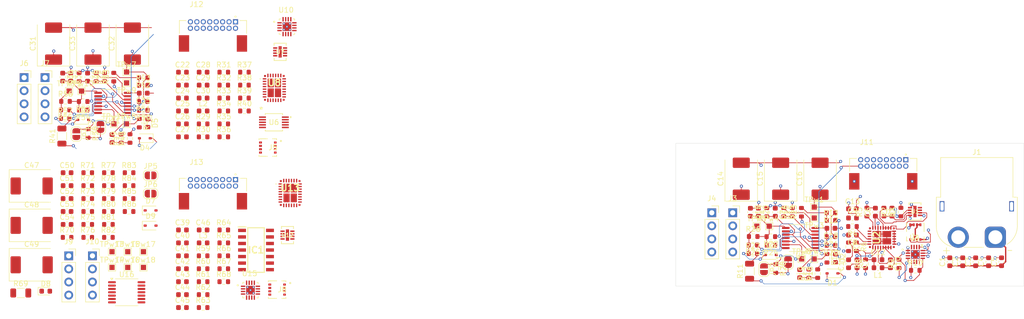
<source format=kicad_pcb>
(kicad_pcb (version 20241229) (generator "pcbnew") (generator_version "9.0")
  (layers (0 "F.Cu" mixed "Signal1") (4 "In1.Cu" power "GND") (6 "In2.Cu" power "Power") (2 "B.Cu" mixed "Signal2") (13 "F.Paste" user) (15 "B.Paste" user) (5 "F.SilkS" user "F.Silkscreen") (7 "B.SilkS" user "B.Silkscreen") (1 "F.Mask" user) (3 "B.Mask" user) (25 "Edge.Cuts" user))
  (net 0 "")
  (net 1 "GND")
  (net 2 "+28V_Supply")
  (net 3 "Net-(C9-Pad1)")
  (net 4 "+5V_Jetson")
  (net 5 "/Jetson_Subsystem/WD_Jetson/WDT-VIN")
  (net 6 "Net-(C17-Pad2)")
  (net 7 "WDT_WDI_Jetson")
  (net 8 "Net-(U7-Vout)")
  (net 9 "+3.3V_OBC_Out")
  (net 10 "/OBC_Subsystem/WD_OBC/WDT-VIN")
  (net 11 "WDT_WDI_OBC")
  (net 12 "Net-(C34-Pad2)")
  (net 13 "Net-(C42-Pad1)")
  (net 14 "+5V_Perif_Out")
  (net 15 "/Peripheral_Subsystem/WD_Peripheral/WDT-VIN")
  (net 16 "WDT_WDI_Perif")
  (net 17 "Net-(C50-Pad2)")
  (net 18 "Net-(U16B-+)")
  (net 19 "Net-(U16C--)")
  (net 20 "Net-(U16D--)")
  (net 21 "Net-(D1-K)")
  (net 22 "Net-(D2-A)")
  (net 23 "Net-(D3-A)")
  (net 24 "Net-(D3-K)")
  (net 25 "Net-(D4-K)")
  (net 26 "Net-(D5-A)")
  (net 27 "Net-(D6-K)")
  (net 28 "Net-(D6-A)")
  (net 29 "Net-(D7-K)")
  (net 30 "Net-(D8-A)")
  (net 31 "Net-(D9-K)")
  (net 32 "Net-(D9-A)")
  (net 33 "~{WD_TOGGLE_OBC}")
  (net 34 "~{OBC_EN}")
  (net 35 "~{PERIF_EN}")
  (net 36 "~{WD_TOGGLE_PERIF}")
  (net 38 "~{WD_TOGGLE_Jetson}")
  (net 39 "~{OBC_TOGGLE_OBC}")
  (net 40 "~{J_EN}")
  (net 41 "~{PERIF_TOGGLE_PERIF}")
  (net 44 "~{J_TOGGLE_Jetson}")
  (net 45 "Net-(J2-S2)")
  (net 46 "Net-(J2-G1)")
  (net 47 "Net-(J5-G1)")
  (net 48 "Net-(U7-Vin)")
  (net 49 "Net-(J5-S2)")
  (net 50 "Net-(J8-S2)")
  (net 51 "Net-(J8-G1)")
  (net 52 "Net-(JP2-A)")
  (net 53 "Net-(JP4-A)")
  (net 54 "Net-(JP6-A)")
  (net 55 "+20V_Jetson")
  (net 56 "OBC SDA")
  (net 57 "OBC SCL")
  (net 58 "Net-(R12-Pad2)")
  (net 59 "/Jetson_Subsystem/WD_Jetson/WDT-VP")
  (net 60 "Net-(R20-Pad1)")
  (net 61 "Net-(R22-Pad1)")
  (net 62 "Net-(U7-UV)")
  (net 63 "Net-(U7-OV)")
  (net 64 "+3.3V_OBC")
  (net 65 "Net-(R42-Pad2)")
  (net 66 "/OBC_Subsystem/WD_OBC/WDT-VP")
  (net 67 "Net-(R50-Pad1)")
  (net 68 "Net-(R52-Pad1)")
  (net 69 "+5V_Perif")
  (net 70 "Net-(R70-Pad2)")
  (net 71 "Net-(U16B--)")
  (net 72 "/Peripheral_Subsystem/WD_Peripheral/WDT-VP")
  (net 73 "Net-(U16A--)")
  (net 74 "Net-(R78-Pad1)")
  (net 75 "Net-(R80-Pad1)")
  (net 76 "Net-(U16C-+)")
  (net 77 "SYNC_PHASE1")
  (net 79 "SYNC_PHASE2")
  (net 80 "SYNC_PHASE3")
  (net 88 "Net-(U1-Vout)")
  (net 89 "Net-(U2-INTV)")
  (net 90 "Net-(U2-SS)")
  (net 91 "Net-(U2-SW)")
  (net 92 "Net-(U2-BST)")
  (net 93 "Net-(U2-BIAS)")
  (net 94 "Net-(U2-FB)")
  (net 95 "Net-(U5B-+)")
  (net 96 "Net-(U5C--)")
  (net 97 "Net-(U5D--)")
  (net 98 "Net-(U8-INTV)")
  (net 99 "Net-(U8-SS)")
  (net 100 "Net-(C26-Pad1)")
  (net 101 "Net-(U8-SW)")
  (net 102 "Net-(U8-BST)")
  (net 103 "Net-(U8-FB)")
  (net 104 "Net-(U10-IN+)")
  (net 105 "Net-(U11B-+)")
  (net 106 "Net-(U11C--)")
  (net 107 "Net-(U11D--)")
  (net 108 "Net-(U12-Vout)")
  (net 109 "Net-(U13-INTV)")
  (net 110 "Net-(U13-SS)")
  (net 111 "Net-(U13-SW)")
  (net 112 "Net-(U13-BST)")
  (net 113 "Net-(U13-FB)")
  (net 114 "Net-(U13-BIAS)")
  (net 115 "Net-(U1-Vin)")
  (net 116 "Net-(U12-Vin)")
  (net 117 "Net-(U1-UV)")
  (net 118 "Net-(U1-OV)")
  (net 119 "Net-(U2-Vc)")
  (net 120 "Net-(U2-RT)")
  (net 121 "Net-(U5B--)")
  (net 122 "Net-(U5A--)")
  (net 123 "Net-(U5C-+)")
  (net 124 "Net-(U6-MOD)")
  (net 125 "Net-(U6-SET)")
  (net 126 "Net-(U8-Vc)")
  (net 127 "Net-(U8-RT)")
  (net 128 "Net-(U11B--)")
  (net 129 "Net-(U11A--)")
  (net 130 "Net-(U11C-+)")
  (net 131 "Net-(U12-UV)")
  (net 132 "Net-(U12-OV)")
  (net 133 "Net-(U13-Vc)")
  (net 134 "Net-(U13-RT)")
  (footprint "Capacitor_SMD:C_0603_1608Metric" (layer "F.Cu") (at 84.343 66.838)
    (property "Reference" "C39")
    (property "Value" "4.7u")
  )
  (footprint "RevC Footprints:LT8638SEVPBF" (layer "F.Cu") (at 220.078 68.338 90)
    (property "Reference" "U2")
    (property "Value" "~" (hide yes))
  )
  (footprint "Capacitor_SMD:C_0603_1608Metric" (layer "F.Cu") (at 84.343 76.878)
    (property "Reference" "C43")
    (property "Value" "0.1u")
  )
  (footprint "Package_SO:TSSOP-14_4.4x5mm_P0.65mm" (layer "F.Cu") (at 73.523 78.933)
    (property "Reference" "U16")
    (property "Value" "TLV1704")
  )
  (footprint "Capacitor_SMD:C_0603_1608Metric" (layer "F.Cu") (at 84.343 69.348)
    (property "Reference" "C40")
    (property "Value" "1u")
  )
  (footprint "Resistor_SMD:R_0603_1608Metric" (layer "F.Cu") (at 92.363 71.858)
    (property "Reference" "R66")
    (property "Value" "5m")
  )
  (footprint "Resistor_SMD:R_0603_1608Metric" (layer "F.Cu") (at 92.363 76.878)
    (property "Reference" "R68")
    (property "Value" "4.7k")
  )
  (footprint "Resistor_SMD:R_0603_1608Metric" (layer "F.Cu") (at 76.73525 43.593 180)
    (property "Reference" "R50")
    (property "Value" "1k")
  )
  (footprint "RevC Footprints:INA230AIRGTT" (layer "F.Cu") (at 226.58 71.59)
    (property "Reference" "U4")
    (property "Value" "INA230")
  )
  (footprint "TestPoint:TestPoint_Pad_1.0x1.0mm" (layer "F.Cu") (at 206.9592 64.516 180)
    (property "Reference" "TPw3")
    (property "Value" "TestPoint-MinTH")
  )
  (footprint "LED_SMD:LED_0603_1608Metric" (layer "F.Cu") (at 211.074 72.326 -90)
    (property "Reference" "D2")
    (property "Value" "GREEN")
  )
  (footprint "Resistor_SMD:R_0603_1608Metric" (layer "F.Cu") (at 210.185 68.135 180)
    (property "Reference" "R21")
    (property "Value" "100k")
  )
  (footprint "Connector_PinSocket_2.54mm:PinSocket_1x04_P2.54mm_Vertical" (layer "F.Cu") (at 57.67625 37.277)
    (property "Reference" "J7")
    (property "Value" "Conn_01x04")
  )
  (footprint "Resistor_SMD:R_0603_1608Metric" (layer "F.Cu") (at 61.58425 43.538 180)
    (property "Reference" "R55")
    (property "Value" "100k")
  )
  (footprint "Resistor_SMD:R_1206_3216Metric" (layer "F.Cu") (at 194.408 74.841 90)
    (property "Reference" "R11")
    (property "Value" "10 (1206)")
  )
  (footprint "Resistor_SMD:R_0603_1608Metric" (layer "F.Cu") (at 199.488 74.333 -90)
    (property "Reference" "R28")
    (property "Value" "100k")
  )
  (footprint "Capacitor_Tantalum_SMD:CP_EIA-7361-38_AVX-V" (layer "F.Cu") (at 200.436 56.896 90)
    (property "Reference" "C15")
    (property "Value" "220u")
  )
  (footprint "Inductor_SMD:L_0603_1608Metric" (layer "F.Cu") (at 219.33 74.17 180)
    (property "Reference" "L1")
    (property "Value" "10.4u")
  )
  (footprint "Resistor_SMD:R_0603_1608Metric" (layer "F.Cu") (at 197.739 63.3984 90)
    (property "Reference" "R14")
    (property "Value" "10k")
  )
  (footprint "Capacitor_SMD:C_0603_1608Metric" (layer "F.Cu") (at 76.73525 40.291 180)
    (property "Reference" "C35")
    (property "Value" "10u")
  )
  (footprint "TestPoint:TestPoint_Pad_1.0x1.0mm" (layer "F.Cu") (at 198.218 66.103)
    (property "Reference" "TPw4")
    (property "Value" "TestPoint-MinTH")
  )
  (footprint "Connector_AMASS:AMASS_XT60PW-F_1x02_P7.20mm_Horizontal" (layer "F.Cu") (at 242.106 68.245)
    (property "Reference" "J1")
    (property "Value" "Input Power")
  )
  (footprint "RevC Footprints:LTC4365" (layer "F.Cu") (at 226.5046 63.258)
    (property "Reference" "U1")
    (property "Value" "~")
  )
  (footprint "Jumper:SolderJumper-2_P1.3mm_Open_RoundedPad1.0x1.5mm" (layer "F.Cu") (at 63.74325 48.237 -90)
    (property "Reference" "JP4")
    (property "Value" "SolderJumper_2_Open")
  )
  (footprint "Capacitor_SMD:C_0603_1608Metric" (layer "F.Cu") (at 214.376 67.818 180)
    (property "Reference" "C8")
    (property "Value" "100n")
  )
  (footprint "Resistor_SMD:R_0603_1608Metric" (layer "F.Cu") (at 204.47 63.3984 90)
    (property "Reference" "R23")
    (property "Value" "100k")
  )
  (footprint "Connector_PinSocket_2.54mm:PinSocket_1x04_P2.54mm_Vertical" (layer "F.Cu") (at 62.273 71.858)
    (property "Reference" "J9")
    (property "Value" "Conn_01x04")
  )
  (footprint "Capacitor_Tantalum_SMD:CP_EIA-7361-38_AVX-V" (layer "F.Cu") (at 66.97725 30.673 90)
    (property "Reference" "C33")
    (property "Value" "220u")
  )
  (footprint "Resistor_SMD:R_0603_1608Metric" (layer "F.Cu") (at 61.58425 45.189)
    (property "Reference" "R57")
    (property "Value" "100k")
  )
  (footprint "Jumper:SolderJumper-2_P1.3mm_Open_RoundedPad1.0x1.5mm" (layer "F.Cu") (at 68.42045 46.8424 90)
    (property "Reference" "JP3")
    (property "Value" "SolderJumper_2_Open")
  )
  (footprint "Capacitor_SMD:C_0603_1608Metric" (layer "F.Cu") (at 84.343 41.238)
    (property "Reference" "C24")
    (property "Value" "1u")
  )
  (footprint "TestPoint:TestPoint_Pad_1.0x1.0mm" (layer "F.Cu") (at 73.723 71.058)
    (property "Reference" "TPw15")
    (property "Value" "TestPoint-MinTH")
  )
  (footprint "Resistor_SMD:R_0603_1608Metric" (layer "F.Cu") (at 201.041 63.3984 -90)
    (property "Reference" "R15")
    (property "Value" "3.0k")
  )
  (footprint "TestPoint:TestPoint_Pad_1.0x1.0mm" (layer "F.Cu") (at 62.34625 39.88)
    (property "Reference" "TPw11")
    (property "Value" "TestPoint-MinTH")
  )
  (footprint "Resistor_SMD:R_0603_1608Metric" (layer "F.Cu") (at 217.17 63.373 90)
    (property "Reference" "R5")
    (property "Value" "105k")
  )
  (footprint "Resistor_SMD:R_0603_1608Metric" (layer "F.Cu") (at 92.363 66.838)
    (property "Reference" "R64")
    (property "Value" "22k")
  )
  (footprint "Resistor_SMD:R_0603_1608Metric" (layer "F.Cu") (at 88.353 71.858)
    (property "Reference" "R59")
    (property "Value" "300k")
  )
  (footprint "RevC Footprints:INA230AIRGTT" (layer "F.Cu") (at 104.623 27.383)
    (property "Reference" "U10")
    (property "Value" "INA230")
  )
  (footprint "Resistor_SMD:R_0603_1608Metric" (layer "F.Cu") (at 65.963 60.748)
    (property "Reference" "R73")
    (property "Value" "3.0k")
  )
  (footprint "Resistor_SMD:R_0603_1608Metric" (layer "F.Cu") (at 96.373 43.748)
    (property "Reference" "R40")
    (property "Value" "4.7k")
  )
  (footprint "Capacitor_SMD:C_0603_1608Metric" (layer "F.Cu") (at 61.953 65.768)
    (property "Reference" "C54")
    (property "Value" "10u")
  )
  (footprint "Resistor_SMD:R_0603_1608Metric" (layer "F.Cu") (at 223.393 73.406 90)
    (property "Reference" "R9")
    (property "Value" "4.7k")
  )
  (footprint "Capacitor_SMD:C_0603_1608Metric" (layer "F.Cu") (at 243.302 73.012 90)
    (property "Reference" "C5")
    (property "Value" "100nF")
  )
  (footprint "Resistor_SMD:R_0603_1608Metric" (layer "F.Cu") (at 210.194 69.816 180)
    (property "Reference" "R20")
    (property "Value" "1k")
  )
  (footprint "Resistor_SMD:R_0603_1608Metric" (layer "F.Cu") (at 61.953 68.278)
    (property "Reference" "R70")
    (property "Value" "10k")
  )
  (footprint "Capacitor_SMD:C_0603_1608Metric" (layer "F.Cu") (at 70.68105 49.1012 -90)
    (property "Reference" "C34")
    (property "Value" "10u")
  )
  (footprint "RevC Footprints:SISB46DN-T1-GE3" (layer "F.Cu") (at 102.708 78.412701)
    (property "Reference" "J8")
    (property "Value" "~")
  )
  (footprint "Package_SO:TSSOP-14_4.4x5mm_P0.65mm" (layer "F.Cu") (at 70.83345 42.1792 180)
    (property "Reference" "U11")
    (property "Value" "TLV1704")
  )
  (footprint "TestPoint:TestPoint_Pad_1.0x1.0mm" (layer "F.Cu") (at 73.47505 46.2432)
    (property "Reference" "TPw8")
    (property "Value" "TestPoint-MinTH")
  )
  (footprint "RevC Footprints:HARWIN_G125-MH11605L3P" (layer "F.Cu") (at 90.263 61.263)
    (property "Reference" "J13")
    (property "Value" "G125-MH11605L3P")
  )
  (footprint "Capacitor_SMD:C_0603_1608Metric" (layer "F.Cu") (at 196.118 63.3984 -90)
    (property "Reference" "C20")
    (property "Value" "10u")
  )
  (footprint "Capacitor_SMD:C_0603_1608Metric" (layer "F.Cu") (at 235.772 73.012 90)
    (property "Reference" "C2")
    (property "Value" "10uF")
  )
  (footprint "Connector_PinSocket_2.54mm:PinSocket_1x04_P2.54mm_Vertical" (layer "F.Cu") (at 66.873 71.858)
    (property "Reference" "J10")
    (property "Value" "Conn_01x04")
  )
  (footprint "Connector_PinSocket_2.54mm:PinSocket_1x04_P2.54mm_Vertical" (layer "F.Cu") (at 53.61225 37.277)
    (property "Reference" "J6")
    (property "Value" "Conn_01x04")
  )
  (footprint "Diode_SMD:D_SOD-323" (layer "F.Cu") (at 77.03875 49.039 180)
    (property "Reference" "D4")
    (property "Value" "1N4151WS")
  )
  (footprint "LED_SMD:LED_0603_1608Metric" (layer "F.Cu") (at 57.813 78.718)
    (property "Reference" "D8")
    (property "Value" "GREEN")
  )
  (footprint "Resistor_SMD:R_1206_3216Metric" (layer "F.Cu") (at 52.963 79.068)
    (property "Reference" "R69")
    (property "Value" "10 (1206)")
  )
  (footprint "Resistor_SMD:R_0603_1608Metric" (layer "F.Cu") (at 88.353 76.878)
    (property "Reference" "R61")
    (property "Value" "225k")
  )
  (footprint "Resistor_SMD:R_0603_1608Metric" (layer "F.Cu") (at 214.376 66.167 180)
    (property "Reference" "R4")
    (property "Value" "10k")
  )
  (footprint "Jumper:SolderJumper-2_P1.3mm_Open_RoundedPad1.0x1.5mm" (layer "F.Cu") (at 201.8792 73.0654 90)
    (property "Reference" "JP1")
    (property "Value" "SolderJumper_2_Open")
  )
  (footprint "TestPoint:TestPoint_Pad_1.0x1.0mm" (layer "F.Cu") (at 206.9592 62.4078)
    (property "Reference" "TPw1")
    (property "Value" "TestPoint-MinTH")
  )
  (footprint "Resistor_SMD:R_0603_1608Metric" (layer "F.Cu") (at 92.363 74.368)
    (property "Reference" "R67")
    (property "Value" "4.7k")
  )
  (footprint "Resistor_SMD:R_0603_1608Metric" (layer "F.Cu") (at 222.043899 63.371205 90)
    (property "Reference" "R2")
    (property "Value" "75k")
  )
  (footprint "Resistor_SMD:R_0603_1608Metric" (layer "F.Cu") (at 88.353 81.898)
    (property "Reference" "R63")
    (property "Value" "105k")
  )
  (footprint "Resistor_SMD:R_0603_1608Metric" (layer "F.Cu") (at 73.983 60.748)
    (property "Reference" "R85")
    (property "Value" "100k")
  )
  (footprint "Capacitor_Tantalum_SMD:CP_EIA-7361-38_AVX-V" (layer "F.Cu") (at 192.786 56.896 90)
    (property "Reference" "C14")
    (property "Value" "220u")
  )
  (footprint "Resistor_SMD:R_0603_1608Metric" (layer "F.Cu") (at 64.28025 37.1754 90)
    (property "Reference" "R44")
    (property "Value" "10k")
  )
  (footprint "Diode_SMD:D_SOD-323" (layer "F.Cu") (at 198.535 71.691)
    (property "Reference" "D3")
    (property "Value" "1N4151WS")
  )
  (footprint "Resistor_SMD:R_0603_1608Metric" (layer "F.Cu") (at 226.568 74.676)
    (property "Reference" "R10")
    (property "Value" "4.7k")
  )
  (footprint "Capacitor_SMD:C_0603_1608Metric" (layer "F.Cu") (at 210.194 66.514 180)
    (property "Reference" "C18")
    (property "Value" "10u")
  )
  (footprint "Resistor_SMD:R_0603_1608Metric" (layer "F.Cu") (at 220.472 63.373 -90)
    (property "Reference" "R1")
    (property "Value" "300k")
  )
  (footprint "TestPoint:TestPoint_Pad_1.0x1.0mm" (layer "F.Cu") (at 195.805 66.103)
    (property "Reference" "TPw5")
    (property "Value" "TestPoint-MinTH")
  )
  (footprint "Capacitor_SMD:C_0603_1608Metric" (layer "F.Cu") (at 88.353 41.238)
    (property "Reference" "C30")
    (property "Value" "1u")
  )
  (footprint "Resistor_SMD:R_0603_1608Metric" (layer "F.Cu") (at 92.363 41.238)
    (property "Reference" "R33")
    (property "Value" "17k")
  )
  (footprint "Resistor_SMD:R_0603_1608Metric" (layer "F.Cu") (at 92.363 43.748)
    (property "Reference" "R34")
    (property "Value" "10k")
  )
  (footprint "Capacitor_SMD:C_0603_1608Metric" (layer "F.Cu") (at 84.343 48.768)
    (property "Reference" "C27")
    (property "Value" "0.1u")
  )
  (footprint "Diode_SMD:D_SOD-323" (layer "F.Cu") (at 78.158 65.998)
    (property "Reference" "D9")
    (property "Value" "1N4151WS")
  )
  (footprint "Resistor_SMD:R_0603_1608Metric" (layer "F.Cu") (at 65.07625 41.912 180)
    (property "Reference" "R52")
    (property "Value" "1k")
  )
  (footprint "Capacitor_Tantalum_SMD:CP_EIA-7361-38_AVX-V" (layer "F.Cu") (at 55.078 58.298)
    (property "Reference" "C47")
    (property "Value" "220u")
  )
  (footprint "Resistor_SMD:R_0603_1608Metric" (layer "F.Cu") (at 88.353 74.368)
    (property "Reference" "R60")
    (property "Value" "75k")
  )
  (footprint "Resistor_SMD:R_0603_1608Metric" (layer "F.Cu") (at 92.363 38.728)
    (property "Reference" "R32")
    (property "Value" "14k")
  )
  (footprint "Jumper:SolderJumper-2_P1.3mm_Open_RoundedPad1.0x1.5mm" (layer "F.Cu") (at 197.202 74.46 -90)
    (property "Reference" "JP2")
    (property "Value" "SolderJumper_2_Open")
  )
  (footprint "Capacitor_Tantalum_SMD:CP_EIA-7361-38_AVX-V" (layer "F.Cu") (at 59.32725 30.673 90)
    (property "Reference" "C31")
    (property "Value" "220u")
  )
  (footprint "Resistor_SMD:R_0603_1608Metric" (layer "F.Cu") (at 205.914265 75.317707 90)
    (property "Reference" "R19")
    (property "Value" "10k")
  )
  (footprint "Capacitor_SMD:C_0603_1608Metric" (layer "F.Cu") (at 61.953 60.748)
    (property "Reference" "C52")
    (property "Value" "10u")
  )
  (footprint "Resistor_SMD:R_0603_1608Metric" (layer "F.Cu") (at 73.983 55.728)
    (property "Reference" "R83")
    (property "Value" "100k")
  )
  (footprint "Resistor_SMD:R_0603_1608Metric" (layer "F.Cu") (at 69.973 65.768)
    (property "Reference" "R81")
    (property "Value" "100k")
  )
  (footprint "Resistor_SMD:R_0603_1608Metric" (layer "F.Cu") (at 195.043 69.761 180)
    (property "Reference" "R25")
    (property "Value" "100k")
  )
  (footprint "TestPoint:TestPoint_Pad_1.0x1.0mm" (layer "F.Cu") (at 64.75925 39.88)
    (property "Reference" "TPw10")
    (property "Value" "TestPoint-MinTH")
  )
  (footprint "TestPoint:TestPoint_Pad_1.0x1.0mm" (layer "F.Cu") (at 70.673 71.058)
    (property "Reference" "TPw13")
    (property "Value" "TestPoint-MinTH")
  )
  (footprint "Diode_SMD:D_SOD-323" (layer "F.Cu") (at 65.07625 45.468)
    (property "Reference" "D6")
    (property "Value" "1N4151WS")
  )
  (footprint "RevC Footprints:SOIC127P600X175-14N" (layer "F.Cu") (at 98.618 70.733)
    (property "Reference" "IC1")
    (property "Value" "CD74HC7266M96" (hide yes))
  )
  (footprint "Resistor_SMD:R_0603_1608Metric" (layer "F.Cu") (at 66.02925 48.11 -90)
    (property "Reference" "R58")
    (property "Value" "100k")
  )
  (footprint "Capacitor_SMD:C_0603_1608Metric" (layer "F.Cu") (at 204.1398 75.3242 -90)
    (property "Reference" "C17")
    (property "Value" "10u")
  )
  (footprint "Capacitor_SMD:C_0603_1608Metric" (layer "F.Cu") (at 62.65925 37.1754 -90)
    (property "Reference" "C37")
    (property "Value" "10u")
  )
  (footprint "RevC Footprints:LT8638SEVPBF" (layer "F.Cu") (at 105.248 59.663)
    (property "Reference" "U13")
    (property "Value" "~" (hide yes))
  )
  (footprint "Diode_SMD:D_SOD-323" (layer "F.Cu") (at 210.4975 75.262 180)
    (property "Reference" "D1")
    (property "Value" "1N4151WS")
  )
  (footprint "Resistor_SMD:R_0603_1608Metric" (layer "F.Cu") (at 198.535 69.786 180)
    (property "Reference" "R24")
    (property "Value" "100k")
  )
  (footprint "Resistor_SMD:R_0603_1608Metric" (layer "F.Cu") (at 195.106 68.11)
    (property "Reference" "R26")
    (property "Value" "4.7M")
  )
  (footprint "Resistor_SMD:R_0603_1608Metric" (layer "F.Cu") (at 73.983 58.238)
    (property "Reference" "R84")
    (property "Value" "4.7M")
  )
  (footprint "TestPoint:TestPoint_Pad_1.0x1.0mm" (layer "F.Cu") (at 71.06205 46.2432)
    (property "Reference" "TPw12")
    (property "Value" "TestPoint-MinTH")
  )
  (footprint "Resistor_SMD:R_0603_1608Metric" (layer "F.Cu") (at 76.73525 38.777)
    (property "Reference" "R43")
    (property "Value" "10k")
  )
  (footprint "Resistor_SMD:R_0603_1608Metric" (layer "F.Cu") (at 75.96425 46.103 -90)
    (property "Reference" "R47")
    (property "Value" "3.0k")
  )
  (footprint "Capacitor_Tantalum_SMD:CP_EIA-7361-38_AVX-V" (layer "F.Cu") (at 208.086 56.896 90)
    (property "Reference" "C16")
    (property "Value" "220u")
  )
  (footprint "Resistor_SMD:R_0603_1608Metric" (layer "F.Cu") (at 76.72625 41.912 180)
    (property "Reference" "R51")
    (property "Value" "100k")
  )
  (footprint "Resistor_SMD:R_0603_1608Metric" (layer "F.Cu") (at 213.614 70.104 -90)
    (property "Reference" "R7")
    (property "Value" "3k")
  )
  (footprint "Resistor_SMD:R_0603_1608Metric" (layer "F.Cu") (at 223.774 63.373 90)
    (property "Reference" "R3")
    (property "Value" "225k")
  )
  (footprint "Resistor_SMD:R_0603_1608Metric" (layer "F.Cu") (at 67.58225 37.1754 -90)
    (property "Reference" "R45")
    (property "Value" "3.0k")
  )
  (footprint "Resistor_SMD:R_0603_1608Metric" (layer "F.Cu") (at 69.23325 37.1754 90)
    (property "Reference" "R46")
    (property "Value" "3.0k")
  )
  (footprint "Capacitor_SMD:C_0603_1608Metric" (layer "F.Cu") (at 84.343 38.728)
    (property "Reference" "C23")
    (property "Value" "4.7u")
  )
  (footprint "RevC Footprints:SISB46DN-T1-GE3" (layer "F.Cu") (at 100.908 50.842701)
    (property "Reference" "J5")
    (property "Value" "~")
  )
  (footprint "Resistor_SMD:R_0603_1608Metric" (layer "F.Cu") (at 209.423 72.326 -90)
    (property "Reference" "R17")
    (property "Value" "3.0k")
  )
  (footprint "Capacitor_SMD:C_0603_1608Metric" (layer "F.Cu") (at 61.10525 37.1754 -90)
    (property "Reference" "C36")
    (property "Value" "10u")
  )
  (footprint "LED_SMD:LED_0603_1608Metric" (layer "F.Cu") (at 77.61525 46.103 -90)
    (property "Reference" "D5")
    (property "Value" "GREEN")
  )
  (footprint "Capacitor_SMD:C_0603_1608Metric" (layer "F.Cu") (at 84.343 81.898)
    (property "Reference" "C45")
    (property "Value" "47u")
  )
  (footprint "Capacitor_SMD:C_0603_1608Metric" (layer "F.Cu") (at 84.343 79.388)
    (property "Reference" "C44")
    (property "Value" "1u")
  )
  (footprint "Diode_SMD:D_SOD-323" (layer "F.Cu") (at 78.158 63.048)
    (property "Reference" "D7")
    (property "Value" "1N4151WS")
  )
  (footprint "Resistor_SMD:R_0603_1608Metric" (layer "F.Cu") (at 92.363 69.348)
    (property "Reference" "R65")
    (property "Value" "3k")
  )
  (footprint "Resistor_SMD:R_0603_1608Metric" (layer "F.Cu") (at 88.353 79.388)
    (property "Reference" "R62")
    (property "Value" "10k")
  )
  (footprint "Resistor_SMD:R_0603_1608Metric" (layer "F.Cu") (at 61.64725 41.887)
    (property "Reference" "R56")
    (property "Value" "4.7M")
  )
  (footprint "Capacitor_SMD:C_0603_1608Metric" (layer "F.Cu") (at 218.821 63.373 90)
    (property "Reference" "C6")
    (property "Value" "4.7u")
  )
  (footprint "Resistor_SMD:R_0603_1608Metric" (layer "F.Cu") (at 210.194 63.5 180)
    (property "Reference" "R12")
    (property "Value" "10k")
  )
  (footprint "Resistor_SMD:R_0603_1608Metric" (layer "F.Cu") (at 65.963 68.278)
    (property "Reference" "R76")
    (property "Value" "10k")
  )
  (footprint "Resistor_SMD:R_0603_1608Metric" (layer "F.Cu") (at 74.16085 49.089 90)
    (property "Reference" "R48")
    (property "Value" "10k")
  )
  (footprint "Capacitor_SMD:C_0603_1608Metric" (layer "F.Cu") (at 84.343 43.748)
    (property "Reference" "C25")
    (property "Value" "10n")
  )
  (footprint "Capacitor_SMD:C_0603_1608Metric" (layer "F.Cu") (at 238.282 73.012 90)
    (property "Reference" "C3")
    (property "Value" "10uF")
  )
  (footprint "Resistor_SMD:R_0603_1608Metric" (layer "F.Cu") (at 76.73525 37.277 180)
    (property "Reference" "R42")
    (property "Value" "10k")
  )
  (footprint "Capacitor_SMD:C_0603_1608Metric" (layer "F.Cu") (at 219.33 72.61)
    (property "Reference" "C12")
    (property "Value" "47u")
  )
  (footprint "Resistor_SMD:R_0603_1608Metric" (layer "F.Cu") (at 207.6196 75.312 90)
    (property "Reference" "R18")
    (property "Value" "10k")
  )
  (footprint "TestPoint:TestPoint_Pad_1.0x1.0mm" (layer "F.Cu") (at 204.5208 72.4662)
    (property "Reference" "TPw6")
    (property "Value" "TestPoint-MinTH")
  )
  (footprint "Resistor_SMD:R_0603_1608Metric" (layer "F.Cu") (at 69.973 60.748)
    (property "Reference" "R79")
    (property "Value" "100k")
  )
  (footprint "Capacitor_SMD:C_0603_1608Metric" (layer "F.Cu") (at 84.343 36.218)
    (property "Reference" "C22")
    (property "Value" "0.1u")
  )
  (footprint "RevC Footprints:LTC6902" (layer "F.Cu") (at 102.0911 45.9426)
    (property "Reference" "U6")
    (property "Value" "~")
  )
  (footprint "Capacitor_SMD:C_0603_1608Metric" (layer "F.Cu") (at 214.376 62.738)
    (property "Reference" "C13")
    (property "Value" "1u")
  )
  (footprint "Capacitor_SMD:C_0603_1608Metric" (layer "F.Cu") (at 84.343 71.858)
    (property "Reference" "C41")
    (property "Value" "20nF")
  )
  (footprint "RevC Footprints:LT8638SEVPBF" (layer "F.Cu") (at 102.178 39.263)
    (property "Reference" "U8")
    (property "Value" "~" (hide yes))
  )
  (footprint "RevC Footprints:LTC4365" (layer "F.Cu") (at 103.3028 32.2756)
    (property "Reference" "U7")
    (property "Value" "~")
  )
  (footprint "TestPoint:TestPoint_Pad_1.0x1.0mm" (layer "F.Cu") (at 73.723 74.108)
    (property "Reference" "TPw16")
    (property "Value" "TestPoint-MinTH")
  )
  (footprint "TestPoint:TestPoint_Pad_1.0x1.0mm" (layer "F.Cu") (at 76.773 74.108)
    (property "Reference" "TPw18")
    (property "Value" "TestPoint-MinTH")
  )
  (footprint "Resistor_SMD:R_0603_1608Metric" (layer "F.Cu") (at 69.973 63.258)
    (property "Reference" "R80")
    (property "Value" "1k")
  )
  (footprint "Capacitor_Tantalum_SMD:CP_EIA-7361-38_AVX-V" (layer "F.Cu") (at 55.078 73.598)
    (property "Reference" "C49")
    (property "Value" "220u")
  )
  (footprint "RevC Footprints:LTC4365" (layer "F.Cu") (at 104.7228 67.8356)
    (property "Reference" "U12")
    (property "Value" "~")
  )
  (footprint "Resistor_SMD:R_0603_1608Metric" (layer "F.Cu") (at 96.373 36.218)
    (property "Reference" "R37")
    (property "Value" "5.5k")
  )
  (footprint "Capacitor_SMD:C_0603_1608Metric" (layer "F.Cu") (at 240.792 73.012 90)
    (property "Reference" "C4")
    (property "Value" "100nF")
  )
  (footprint "Inductor_SMD:L_0603_1608Metric" (layer "F.Cu") (at 88.353 69.348)
    (property "Reference" "L3")
    (property "Value" "2.9u")
  )
  (footprint "Capacitor_Tantalum_SMD:CP_EIA-7361-38_AVX-V" (layer "F.Cu") (at 74.62725 30.673 90)
    (property "Reference" "C32")
    (property "Value" "220u")
  )
  (footprint "Connector_PinSocket_2.54mm:PinSocket_1x04_P2.54mm_Vertical" (layer "F.Cu") (at 191.135 63.5)
    (property "Reference" "J3")
    (property "Value" "Conn_01x04")
  )
  (footprint "Resistor_SMD:R_0603_1608Metric" (layer "F.Cu") (at 88.353 48.768)
    (property "Reference" "R30")
    (property "Value" "75k")
  )
  (footprint "Capacitor_SMD:C_0603_1608Metric" (layer "F.Cu") (at 61.953 55.728)
    (property "Reference" "C50")
    (property "Value" "10u")
  )
  (footprint "Resistor_SMD:R_0603_1608Metric" (layer "F.Cu") (at 65.963 65.768)
    (property "Reference" "R75")
    (property "Value" "3.0k")
  )
  (footprint "Capacitor_SMD:C_0603_1608Metric" (layer "F.Cu") (at 233.262 73.012 90)
    (property "Reference" "C1")
    (property "Value" "10uF")
  )
  (footprint "Resistor_SMD:R_0603_1608Metric" (layer "F.Cu") (at 71.01125 37.1754 90)
    (property "Reference" "R53")
    (property "Value" "100k")
  )
  (footprint "Resistor_SMD:R_0603_1608Metric" (layer "F.Cu") (at 65.963 55.728)
    (property "Reference" "R71")
    (property "Value" "10k")
  )
  (footprint "Resistor_SMD:R_0603_1608Metric" (layer "F.Cu") (at 73.983 63.258)
    (property "Reference" "R86")
    (property "Value" "100k")
  )
  (footprint "Capacitor_SMD:C_0603_1608Metric" (layer "F.Cu") (at 61.953 63.258)
    (property "Reference" "C53")
    (property "Value" "10u")
  )
  (footprint "TestPoint:TestPoint_Pad_1.0x1.0mm" (layer "F.Cu") (at 76.773 71.058)
    (property "Reference" "TPw17")
    (property "Value" "TestPoint-MinTH")
  )
  (footprint "Jumper:SolderJumper-2_P1.3mm_Open_RoundedPad1.0x1.5mm" (layer "F.Cu") (at 78.163 59.798)
    (property "Reference" "JP6")
    (property "Value" "SolderJumper_2_Open")
  )
  (footprint "Jumper:SolderJumper-2_P1.3mm_Open_RoundedPad1.0x1.5mm" (layer "F.Cu") (at 78.163 56.248)
    (property "Reference" "JP5")
    (property "Value" "SolderJumper_2_Open")
  )
  (footprint "Capacitor_SMD:C_0603_1608Metric" (layer "F.Cu") (at 61.953 58.238)
    (property "Reference" "C51")
    (property "Value" "10u")
  )
  (footprint "Capacitor_SMD:C_0603_1608Metric" (layer "F.Cu") (at 213.614 73.406 90)
    (property "Reference" "C11")
    (property "Value" "1u")
  )
  (footprint "Package_SO:TSSOP-14_4.4x5mm_P0.65mm" (layer "F.Cu") (at 204.2922 68.4022 180)
    (property "Reference" "U5")
    (property "Value" "TLV1704")
  )
  (footprint "Resistor_SMD:R_0603_1608Metric" (layer "F.Cu") (at 202.692 63.3984 90)
    (property "Reference" "R16")
    (property "Value" "3.0k")
  )
  (footprint "Resistor_SMD:R_0603_1608Metric" (layer "F.Cu") (at 88.353 46.258)
    (property "Reference" "R29")
    (property "Value" "300k")
  )
  (footprint "Capacitor_SMD:C_0603_1608Metric" (layer "F.Cu") (at 214.376 64.516)
    (property "Reference" "C9")
    (property "Value" "1n")
  )
  (footprint "Inductor_SMD:L_0603_1608Metric" (layer "F.Cu") (at 88.353 43.748)
    (property "Reference" "L2")
    (property "Value" "2.05u")
  )
  (footprint "Resistor_SMD:R_0603_1608Metric" (layer "F.Cu") (at 69.973 68.278)
    (property "Reference" "R82")
    (property "Value" "100k")
  )
  (footprint "Capacitor_SMD:C_0603_1608Metric" (layer "F.Cu") (at 199.39 63.3984 -90)
    (property "Reference" "C21")
    (property "Value" "10u")
  )
  (footprint "TestPoint:TestPoint_Pad_1.0x1.0mm" (layer "F.Cu") (at 70.673 74.108)
    (property "Reference" "TPw14")
    (property "Value" "TestPoint-MinTH")
  )
  (footprint "Capacitor_SMD:C_0603_1608Metric" (layer "F.Cu") (at 88.353 66.838)
    (property "Reference" "C46")
    (property "Value" "1u")
  )
  (footprint "Resistor_SMD:R_0603_1608Metric" (layer "F.Cu") (at 65.07625 43.563 180)
    (property "Reference" "R54")
    (property "Value" "100k")
  )
  (footprint "Resistor_SMD:R_0603_1608Metric" (layer "F.Cu") (at 92.363 46.258)
    (property "Reference" "R35")
    (property "Value" "105k")
  )
  (footprint "Resistor_SMD:R_0603_1608Metric" (layer "F.Cu") (at 216.916 73.406 90)
    (property "Reference" "R8")
    (property "Value" "5m")
  )
  (footprint "Connector_PinSocket_2.54mm:PinSocket_1x04_P2.54mm_Vertical" (layer "F.Cu") (at 187.071 63.5)
    (property "Reference" "J4")
    (property "Value" "Conn_01x04")
  )
  (footprint "RevC Footprints:INA230AIRGTT" (layer "F.Cu") (at 97.543 78.523)
    (property "Reference" "U15")
    (property "Value" "INA230")
  )
  (footprint "RevC Footprints:HARWIN_G125-MH11605L3P" (layer "F.Cu") (at 90.263 30.643)
    (property "Reference" "J12")
    (property "Value" "G125-MH11605L3P")
  )
  (footprint "Resistor_SMD:R_0603_1608Metric" (layer "F.Cu") (at 72.455515 49.094707 90)
    (property "Reference" "R49")
    (property "Value" "10k")
  )
  (footprint "Capacitor_SMD:C_0603_1608Metric" (layer "F.Cu") (at 88.353 38.728)
    (property "Reference" "C29")
    (property "Value" "47u")
  )
  (footprint "Capacitor_SMD:C_0603_1608Metric" (layer "F.Cu") (at 88.353 36.218)
    (property "Reference" "C28")
    (property "Value" "1u")
  )
  (footprint "Resistor_SMD:R_0603_1608Metric" (layer "F.Cu") (at 69.973 58.238)
    (property "Reference" "R78")
    (property "Value" "1k")
  )
  (footprint "Resistor_SMD:R_0603_1608Metric" (layer "F.Cu") (at 65.963 58.238)
    (property "Reference" "R72")
    (property "Value" "10k")
  )
  (footprint "Resistor_SMD:R_0603_1608Metric" (layer "F.Cu") (at 215.138 70.104 -90)
    (property "Reference" "R6")
    (property "Value" "100k")
  )
  (footprint "Resistor_SMD:R_0603_1608Metric" (layer "F.Cu") (at 198.535 68.135 180)
    (property "Reference" "R22")
    (property "Value" "1k")
  )
  (footprint "TestPoint:TestPoint_Pad_1.0x1.0mm" (layer "F.Cu") (at 73.50045 36.1848)
    (property "Reference" "TPw7")
    (property "Value" "TestPoint-MinTH")
  )
  (footprint "Resistor_SMD:R_0603_1608Metric" (layer "F.Cu") (at 92.363 48.768)
    (property "Reference" "R36")
    (property "Value" "25k")
  )
  (footprint "Resistor_SMD:R_0603_1608Metric" (layer "F.Cu") (at 210.194 65)
    (property "Reference" "R13")
    (property "Value" "10k")
  )
  (footprint "Capacitor_Tantalum_SMD:CP_EIA-7361-38_AVX-V" (layer "F.Cu") (at 55.078 65.948)
    (property "Reference" "C48")
    (property "Value" "220u")
  )
  (footprint "Resistor_SMD:R_0603_1608Metric" (layer "F.Cu") (at 65.963 63.258)
    (property "Reference" "R74")
    (property "Value" "3.0k")
  )
  (footprint "Capacitor_SMD:C_0603_1608Metric" (layer "F.Cu") (at 194.564 63.3984 -90)
    (property "Reference" "C19")
    (property "Value" "10u")
  )
  (footprint "Resistor_SMD:R_0603_1608Metric" (layer "F.Cu") (at 69.973 55.728)
    (property "Reference" "R77")
    (property "Value" "10k")
  )
  (footprint "Resistor_SMD:R_0603_1608Metric" (layer "F.Cu") (at 96.373 38.728)
    (property "Reference" "R38")
    (property "Value" "5m")
  )
  (footprint "Capacitor_SMD:C_0603_1608Metric" (layer "F.Cu") (at 84.343 74.368)
    (property "Reference" "C42")
    (property "Value" "1n")
  )
  (footprint "Resistor_SMD:R_0603_1608Metric" (layer "F.Cu") (at 92.363 36.218)
    (property "Reference" "R31")
    (property "Value" "225k")
  )
  (footprint "TestPoint:TestPoint_Pad_1.0x1.0mm" (layer "F.Cu") (at 73.50045 38.293 180)
    (property "Reference" "TPw9")
    (property "Value" "TestPoint-MinTH")
  )
  (footprint "Resistor_SMD:R_0603_1608Metric" (layer "F.Cu") (at 195.043 71.412)
    (property "Reference" "R27")
    (property "Value" "100k")
  )
  (footprint "Capacitor_SMD:C_0603_1608Metric" (layer "F.Cu") (at 65.93125 37.1754 -90)
    (property "Reference" "C38")
    (property "Value" "10u")
  )
  (footprint "RevC Footprints:SISB46DN-T1-GE3" (layer "F.Cu") (at 226.574993 67.25 -90)
    (property "Reference" "J2")
    (property "Value" "~")
  )
  (footprint "Capacitor_SMD:C_0603_1608Metric" (layer "F.Cu") (at 84.343 46.258)
    (property "Reference" "C26")
    (property "Value" "1n")
  )
  (footprint "Capacitor_SMD:C_0603_1608Metric" (layer "F.Cu") (at 221.742 73.406 -90)
    (property "Reference" "C10")
    (property "Value" "0.1u")
  )
  (footprint "Resistor_SMD:R_1206_3216Metric" (layer "F.Cu") (at 60.94925 48.618 90)
    (property "Reference" "R41")
    (property "Value" "10 (1206)")
  )
  (footprint "RevC Footprints:HARWIN_G125-MH11605L3P" (layer "F.Cu") (at 220.345 57.404)
    (property "Reference" "J11")
    (property "Value" "G125-MH11605L3P")
  )
  (footprint "TestPoint:TestPoint_Pad_1.0x1.0mm" (layer "F.Cu") (at 206.9338 72.4662)
    (property "Reference" "TPw2")
    (property "Value" "TestPoint-MinTH")
  )
  (footprint "Capacitor_SMD:C_0603_1608Metric" (layer "F.Cu") (at 215.265 73.406 -90)
    (property "Reference" "C7")
    (property "Value" "1u")
  )
  (footprint "Resistor_SMD:R_0603_1608Metric" (layer "F.Cu") (at 96.373 41.238)
    (property "Reference" "R39")
    (property "Value" "4.7k")
  )
  (gr_rect (start 180.086 50.038) (end 247.65 77.724) (stroke (width 0.05)) (fill no) (layer "Edge.Cuts"))
  (segment (start 215.265 74.181) (end 215.265 75.395) (width 0.127) (layer "F.Cu") (net 1))
  (segment (start 77.90675 45.3155) (end 77.61525 45.3155) (width 0.127) (layer "F.Cu") (net 1))
  (segment (start 211.3655 71.5385) (end 211.074 71.5385) (width 0.127) (layer "F.Cu") (net 1))
  (segment (start 213.62 63.65) (end 213.601 63.631) (width 0.127) (layer "F.Cu") (net 1))
  (segment (start 221.028 67.638) (end 219.128 67.638) (width 0.127) (layer "F.Cu") (net 1))
  (segment (start 214.96 63.65) (end 213.62 63.65) (width 0.127) (layer "F.Cu") (net 1))
  (segment (start 217.17 62.548) (end 218.771 62.548) (width 0.127) (layer "F.Cu") (net 1))
  (segment (start 215.265 75.395) (end 215.27 75.4) (width 0.127) (layer "F.Cu") (net 1))
  (segment (start 213.601 67.818) (end 212.725 67.818) (width 0.127) (layer "F.Cu") (net 1))
  (segment (start 218.328 70.238) (end 218.328 69.838) (width 0.127) (layer "F.Cu") (net 1))
  (segment (start 213.601 67.818) (end 213.548 67.818) (width 0.127) (layer "F.Cu") (net 1))
  (segment (start 74.16085 48.264) (end 74.16085 48.0074) (width 0.127) (layer "F.Cu") (net 1))
  (segment (start 207.6196 74.487) (end 207.6196 74.2304) (width 0.127) (layer "F.Cu") (net 1))
  (segment (start 222.478 69.088) (end 222.478 69.588) (width 0.127) (layer "F.Cu") (net 1))
  (segment (start 235.772 72.196) (end 235.712 72.136) (width 0.0889) (layer "F.Cu") (net 1))
  (segment (start 65.93125 35.273) (end 65.93125 36.4004) (width 0.127) (layer "F.Cu") (net 1))
  (segment (start 199.39 61.496) (end 199.39 62.6234) (width 0.127) (layer "F.Cu") (net 1))
  (segment (start 226.5046 63.258) (end 226.5046 62.5646) (width 0.127) (layer "F.Cu") (net 1))
  (segment (start 62.70425 27.573) (end 63.18805 28.0568) (width 0.127) (layer "F.Cu") (net 1))
  (segment (start 196.163 53.796) (end 196.6468 54.2798) (width 0.127) (layer "F.Cu") (net 1))
  (segment (start 228.035 71.82) (end 228.015 71.84) (width 0.127) (layer "F.Cu") (net 1))
  (segment (start 69.23325 36.3504) (end 69.23325 35.5498) (width 0.127) (layer "F.Cu") (net 1))
  (segment (start 202.692 62.5734) (end 202.692 61.7728) (width 0.127) (layer "F.Cu") (net 1))
  (segment (start 225.82 61.88) (end 225.82 62.2402) (width 0.127) (layer "F.Cu") (net 1))
  (segment (start 223.774 61.544) (end 223.77 61.54) (width 0.127) (layer "F.Cu") (net 1))
  (segment (start 222.478 67.588) (end 222.478 68.088) (width 0.127) (layer "F.Cu") (net 1))
  (segment (start 221.028 69.038) (end 219.128 69.038) (width 0.127) (layer "F.Cu") (net 1))
  (segment (start 235.585 72.263) (end 234.569 72.263) (width 0.0889) (layer "F.Cu") (net 1))
  (segment (start 239.548 72.237) (end 239.522 72.263) (width 0.0889) (layer "F.Cu") (net 1))
  (segment (start 61.10525 36.4004) (end 62.65925 36.4004) (width 0.127) (layer "F.Cu") (net 1))
  (segment (start 194.564 62.6234) (end 196.118 62.6234) (width 0.127) (layer "F.Cu") (net 1))
  (segment (start 59.32725 27.573) (end 62.70425 27.573) (width 0.127) (layer "F.Cu") (net 1))
  (segment (start 192.786 53.796) (end 196.163 53.796) (width 0.127) (layer "F.Cu") (net 1))
  (segment (start 222.478 67.088) (end 222.478 67.588) (width 0.127) (layer "F.Cu") (net 1))
  (segment (start 229.03 71.82) (end 228.035 71.82) (width 0.127) (layer "F.Cu") (net 1))
  (segment (start 219.328 66.438) (end 219.328 67.438) (width 0.127) (layer "F.Cu") (net 1))
  (segment (start 219.328 65.532) (end 219.33 65.53) (width 0.127) (layer "F.Cu") (net 1))
  (segment (start 213.64 62.699) (end 213.601 62.738) (width 0.127) (layer "F.Cu") (net 1))
  (segment (start 225.14 70.26) (end 225.14 70.835) (width 0.127) (layer "F.Cu") (net 1))
  (segment (start 222.478 68.588) (end 222.478 69.088) (width 0.127) (layer "F.Cu") (net 1))
  (segment (start 221.028 67.638) (end 221.028 69.038) (width 0.127) (layer "F.Cu") (net 1))
  (segment (start 62.65925 35.342) (end 62.73085 35.2704) (width 0.127) (layer "F.Cu") (net 1))
  (segment (start 196.118 61.565) (end 196.1896 61.4934) (width 0.127) (layer "F.Cu") (net 1))
  (segment (start 211.8118 53.796) (end 212.0646 53.5432) (width 0.127) (layer "F.Cu") (net 1))
  (segment (start 225.82 62.2402) (end 225.5522 62.508) (width 0.127) (layer "F.Cu") (net 1))
  (segment (start 62.65925 36.4004) (end 62.65925 35.342) (width 0.127) (layer "F.Cu") (net 1))
  (segment (start 196.118 62.6234) (end 196.118 61.565) (width 0.127) (layer "F.Cu") (net 1))
  (segment (start 220.105 72.61) (end 220.105 71.245) (width 0.127) (layer "F.Cu") (net 1))
  (segment (start 219.128 69.038) (end 219.128 67.638) (width 0.127) (layer "F.Cu") (net 1))
  (segment (start 218.771 62.548) (end 218.821 62.598) (width 0.127) (layer "F.Cu") (net 1))
  (segment (start 219.328 66.438) (end 219.328 65.532) (width 0.127) (layer "F.Cu") (net 1))
  (segment (start 215.151 64.516) (end 215.151 63.841) (width 0.127) (layer "F.Cu") (net 1))
  (segment (start 69.23325 35.5498) (end 69.25865 35.5244) (width 0.127) (layer "F.Cu") (net 1))
  (segment (start 202.692 61.7728) (end 202.7174 61.7474) (width 0.127) (layer "F.Cu") (net 1))
  (segment (start 242.088 72.237) (end 242.062 72.263) (width 0.0889) (layer "F.Cu") (net 1))
  (segment (start 235.712 72.136) (end 235.585 72.263) (width 0.0889) (layer "F.Cu") (net 1))
  (segment (start 237.135 72.237) (end 237.109 72.263) (width 0.0889) (layer "F.Cu") (net 1))
  (segment (start 212.209 66.514) (end 212.244 66.514) (width 0.127) (layer "F.Cu") (net 1))
  (segment (start 78.37725 45.786) (end 77.90675 45.3155) (width 0.127) (layer "F.Cu") (net 1))
  (segment (start 211.836 72.009) (end 211.3655 71.5385) (width 0.127) (layer "F.Cu") (net 1))
  (segment (start 243.302 72.237) (end 242.088 72.237) (width 0.0889) (layer "F.Cu") (net 1))
  (segment (start 226.5046 62.5646) (end 225.82 61.88) (width 0.127) (layer "F.Cu") (net 1))
  (segment (start 232.13 72.237) (end 232.029 72.136) (width 0.0889) (layer "F.Cu") (net 1))
  (segment (start 222.478 68.088) (end 222.478 68.588) (width 0.127) (layer "F.Cu") (net 1))
  (segment (start 215.151 63.841) (end 214.96 63.65) (width 0.127) (layer "F.Cu") (net 1))
  (segment (start 225.145 70.84) (end 225.145 71.34) (width 0.127) (layer "F.Cu") (net 1))
  (segment (start 74.62725 27.573) (end 78.35305 27.573) (width 0.127) (layer "F.Cu") (net 1))
  (segment (start 208.086 53.796) (end 211.8118 53.796) (width 0.127) (layer "F.Cu") (net 1))
  (segment (start 233.262 72.237) (end 232.13 72.237) (width 0.0889) (layer "F.Cu") (net 1))
  (segment (start 238.282 72.237) (end 237.135 72.237) (width 0.0889) (layer "F.Cu") (net 1))
  (segment (start 222.478 69.588) (end 223.322 69.588) (width 0.127) (layer "F.Cu") (net 1))
  (segment (start 221.578 67.088) (end 222.478 67.088) (width 0.127) (layer "F.Cu") (net 1))
  (segment (start 74.62725 27.573) (end 59.32725 27.573) (width 0.127) (layer "F.Cu") (net 1))
  (segment (start 208.086 53.796) (end 192.786 53.796) (width 0.127) (layer "F.Cu") (net 1))
  (segment (start 213.601 63.631) (end 213.601 62.738) (width 0.127) (layer "F.Cu") (net 1))
  (segment (start 213.64 61.61) (end 213.64 62.699) (width 0.127) (layer "F.Cu") (net 1))
  (segment (start 220.105 71.245) (end 220.12 71.23) (width 0.127) (layer "F.Cu") (net 1))
  (segment (start 225.14 70.835) (end 225.145 70.84) (width 0.127) (layer "F.Cu") (net 1))
  (segment (start 240.792 72.237) (end 239.548 72.237) (width 0.0889) (layer "F.Cu") (net 1))
  (segment (start 74.16085 48.0074) (end 74.89125 47.277) (width 0.127) (layer "F.Cu") (net 1))
  (segment (start 207.6196 74.2304) (end 208.35 73.5) (width 0.127) (layer "F.Cu") (net 1))
  (segment (start 77.51025 40.291) (end 78.75025 40.291) (width 0.127) (layer "F.Cu") (net 1))
  (segment (start 210.969 66.514) (end 212.209 66.514) (width 0.127) (layer "F.Cu") (net 1))
  (segment (start 67.97095 42.8292) (end 69.53125 42.8292) (width 0.127) (layer "F.Cu") (net 1))
  (segment (start 201.4297 69.0522) (end 202.99 69.0522) (width 0.127) (layer "F.Cu") (net 1))
  (segment (start 223.774 62.548) (end 223.774 61.544) (width 0.127) (layer "F.Cu") (net 1))
  (segment (start 223.322 69.588) (end 223.35 69.56) (width 0.127) (layer "F.Cu") (net 1))
  (segment (start 219.328 67.438) (end 219.128 67.638) (width 0.127) (layer "F.Cu") (net 1))
  (segment (start 235.772 72.237) (end 235.772 72.196) (width 0.0889) (layer "F.Cu") (net 1))
  (segment (start 212.651 70.929) (end 213.614 70.929) (width 0.127) (layer "F.Cu") (net 1))
  (segment (start 217.17 62.548) (end 217.17 61.51) (width 0.127) (layer "F.Cu") (net 1))
  (segment (start 218.328 69.838) (end 219.128 69.038) (width 0.127) (layer "F.Cu") (net 1))
  (segment (start 221.028 67.638) (end 221.578 67.088) (width 0.127) (layer "F.Cu") (net 1))
  (via (at 212.725 67.818) (size 0.6) (drill 0.3) (layers "F.Cu" "B.Cu") (net 1))
  (via (at 69.24595 35.2577) (size 0.6) (drill 0.3) (layers "F.Cu" "B.Cu") (net 1))
  (via (at 202.7047 61.4807) (size 0.6) (drill 0.3) (layers "F.Cu" "B.Cu") (net 1))
  (via (at 225.82 61.88) (size 0.6) (drill 0.3) (layers "F.Cu" "B.Cu") (net 1))
  (via (at 69.53125 42.8292) (size 0.6) (drill 0.3) (layers "F.Cu" "B.Cu") (net 1))
  (via (at 202.99 69.0522) (size 0.6) (drill 0.3) (layers "F.Cu" "B.Cu") (net 1))
  (via (at 229.026 71.95) (size 0.6) (drill 0.3) (layers "F.Cu" "B.Cu") (net 1))
  (via (at 223.77 61.54) (size 0.6) (drill 0.3) (layers "F.Cu" "B.Cu") (net 1))
  (via (at 232.029 72.136) (size 0.6) (drill 0.3) (layers "F.Cu" "B.Cu") (net 1))
  (via (at 213.64 61.61) (size 0.6) (drill 0.3) (layers "F.Cu" "B.Cu") (net 1))
  (via (at 215.28 75.4) (size 0.6) (drill 0.3) (layers "F.Cu" "B.Cu") (net 1))
  (via (at 242.062 72.263) (size 0.6) (drill 0.3) (layers "F.Cu" "B.Cu") (net 1))
  (via (at 220.12 71.23) (size 0.6) (drill 0.3) (layers "F.Cu" "B.Cu") (net 1))
  (via (at 214.72 57.404) (size 0.6) (drill 0.3) (layers "F.Cu" "B.Cu") (net 1))
  (via (at 217.17 61.51) (size 0.6) (drill 0.3) (layers "F.Cu" "B.Cu") (net 1))
  (via (at 212.209 66.514) (size 0.6) (drill 0.3) (layers "F.Cu" "B.Cu") (net 1))
  (via (at 63.18805 28.0568) (size 0.6) (drill 0.3) (layers "F.Cu" "B.Cu") (net 1))
  (via (at 196.6468 54.2798) (size 0.6) (drill 0.3) (layers "F.Cu" "B.Cu") (net 1))
  (via (at 237.109 72.263) (size 0.6) (drill 0.3) (layers "F.Cu" "B.Cu") (net 1))
  (via (at 212.651 70.929) (size 0.6) (drill 0.3) (layers "F.Cu" "B.Cu") (net 1))
  (via (at 62.73085 35.2704) (size 0.6) (drill 0.3) (layers "F.Cu" "B.Cu") (net 1))
  (via (at 196.1896 61.4934) (size 0.6) (drill 0.3) (layers "F.Cu" "B.Cu") (net 1))
  (via (at 223.35 69.56) (size 0.6) (drill 0.3) (layers "F.Cu" "B.Cu") (net 1))
  (via (at 239.522 72.263) (size 0.6) (drill 0.3) (layers "F.Cu" "B.Cu") (net 1))
  (via (at 211.836 72.009) (size 0.6) (drill 0.3) (layers "F.Cu" "B.Cu") (net 1))
  (via (at 234.569 72.263) (size 0.6) (drill 0.3) (layers "F.Cu" "B.Cu") (net 1))
  (via (at 225.14 70.26) (size 0.6) (drill 0.3) (layers "F.Cu" "B.Cu") (net 1))
  (via (at 225.97 57.404) (size 0.6) (drill 0.3) (layers "F.Cu" "B.Cu") (net 1))
  (via (at 65.93125 35.273) (size 0.6) (drill 0.3) (layers "F.Cu" "B.Cu") (net 1))
  (via (at 199.39 61.496) (size 0.6) (drill 0.3) (layers "F.Cu" "B.Cu") (net 1))
  (via (at 212.0646 53.5432) (size 0.6) (drill 0.3) (layers "F.Cu" "B.Cu") (net 1))
  (via (at 219.33 65.53) (size 0.6) (drill 0.3) (layers "F.Cu" "B.Cu") (net 1))
  (via (at 74.89125 47.277) (size 0.6) (drill 0.3) (layers "F.Cu" "B.Cu") (net 1))
  (via (at 208.35 73.5) (size 0.6) (drill 0.3) (layers "F.Cu" "B.Cu") (net 1))
  (segment (start 235.772 73.787) (end 233.262 73.787) (width 0.254) (layer "F.Cu") (net 2))
  (segment (start 244.105 70.244) (end 244.105 72.984) (width 0.254) (layer "F.Cu") (net 2))
  (segment (start 242.106 68.245) (end 244.105 70.244) (width 0.254) (layer "F.Cu") (net 2))
  (segment (start 243.302 73.787) (end 240.792 73.787) (width 0.254) (layer "F.Cu") (net 2))
  (segment (start 228.6827 68.6958) (end 228.9255 68.453) (width 0.254) (layer "F.Cu") (net 2))
  (segment (start 238.282 73.787) (end 235.772 73.787) (width 0.254) (layer "F.Cu") (net 2))
  (segment (start 240.792 73.787) (end 238.282 73.787) (width 0.254) (layer "F.Cu") (net 2))
  (segment (start 227.549972 68.6958) (end 228.6827 68.6958) (width 0.254) (layer "F.Cu") (net 2))
  (segment (start 244.105 72.984) (end 243.302 73.787) (width 0.254) (layer "F.Cu") (net 2))
  (via (at 228.9255 68.453) (size 0.6) (drill 0.3) (layers "F.Cu" "B.Cu") (net 2))
  (segment (start 209.4475 76.6475) (end 209.45 76.65) (width 0.127) (layer "F.Cu") (net 4))
  (segment (start 209.4475 75.262) (end 209.4475 76.6475) (width 0.127) (layer "F.Cu") (net 4))
  (segment (start 227.393 74.676) (end 228.015 74.054) (width 0.127) (layer "F.Cu") (net 4))
  (segment (start 215.151 62.738) (end 215.151 61.099) (width 0.127) (layer "F.Cu") (net 4))
  (segment (start 201.8792 73.7154) (end 201.8792 75.3008) (width 0.127) (layer "F.Cu") (net 4))
  (segment (start 224.6 73.788) (end 223.393 72.581) (width 0.127) (layer "F.Cu") (net 4))
  (segment (start 228.015 74.054) (end 228.015 72.34) (width 0.127) (layer "F.Cu") (net 4))
  (segment (start 223.393 72.146796) (end 224.215 71.324796) (width 0.127) (layer "F.Cu") (net 4))
  (segment (start 223.393 72.581) (end 223.393 72.146796) (width 0.127) (layer "F.Cu") (net 4))
  (segment (start 201.678 75.158) (end 201.85 75.33) (width 0.127) (layer "F.Cu") (net 4))
  (segment (start 215.151 61.099) (end 215.91 60.34) (width 0.127) (layer "F.Cu") (net 4))
  (segment (start 224.6 76.64) (end 226.26 76.64) (width 0.127) (layer "F.Cu") (net 4))
  (segment (start 199.488 75.158) (end 201.678 75.158) (width 0.127) (layer "F.Cu") (net 4))
  (segment (start 201.8792 72.4154) (end 201.8792 73.7154) (width 0.127) (layer "F.Cu") (net 4))
  (segment (start 201.8792 75.3008) (end 201.85 75.33) (width 0.127) (layer "F.Cu") (net 4))
  (segment (start 224.6 76.64) (end 224.6 73.788) (width 0.127) (layer "F.Cu") (net 4))
  (segment (start 226.26 76.64) (end 227.393 75.507) (width 0.127) (layer "F.Cu") (net 4))
  (segment (start 209.4475 76.6275) (end 209.47 76.65) (width 0.127) (layer "F.Cu") (net 4))
  (segment (start 227.393 75.507) (end 227.393 74.676) (width 0.127) (layer "F.Cu") (net 4))
  (via (at 209.45 76.65) (size 0.6) (drill 0.3) (layers "F.Cu" "B.Cu") (net 4))
  (via (at 215.91 60.34) (size 0.6) (drill 0.3) (layers "F.Cu" "B.Cu") (net 4))
  (via (at 224.6 76.64) (size 0.6) (drill 0.3) (layers "F.Cu" "B.Cu") (net 4))
  (via (at 224.215 71.324796) (size 0.6) (drill 0.3) (layers "F.Cu" "B.Cu") (net 4))
  (via (at 201.85 75.33) (size 0.6) (drill 0.3) (layers "F.Cu" "B.Cu") (net 4))
  (segment (start 206.9592 61.1228) (end 206.9592 62.4078) (width 0.127) (layer "F.Cu") (net 5))
  (segment (start 211.019 63.129) (end 211.019 63.5) (width 0.127) (layer "F.Cu") (net 5))
  (segment (start 200.436 59.996) (end 200.436 58.396) (width 0.127) (layer "F.Cu") (net 5))
  (segment (start 207.1547 69.0522) (end 208.3978 69.0522) (width 0.127) (layer "F.Cu") (net 5))
  (segment (start 208.086 58.406) (end 208.08 58.4) (width 0.127) (layer "F.Cu") (net 5))
  (segment (start 205.075952 68.214041) (end 205.911911 69.05) (width 0.127) (layer "F.Cu") (net 5))
  (segment (start 210.2545 67.3795) (end 211.01 68.135) (width 0.127) (layer "F.Cu") (net 5))
  (segment (start 200.436 58.396) (end 200.41 58.37) (width 0.127) (layer "F.Cu") (net 5))
  (segment (start 196.671288 71.412) (end 196.682034 71.401254) (width 0.127) (layer "F.Cu") (net 5))
  (segment (start 210.2978 62.4078) (end 211.019 63.129) (width 0.127) (layer "F.Cu") (net 5))
  (segment (start 206.9592 62.4078) (end 210.2978 62.4078) (width 0.127) (layer "F.Cu") (net 5))
  (segment (start 192.786 58.384) (end 192.82 58.35) (width 0.127) (layer "F.Cu") (net 5))
  (segment (start 205.911911 69.05) (end 207.1525 69.05) (width 0.127) (layer "F.Cu") (net 5))
  (segment (start 195.868 71.412) (end 196.671288 71.412) (width 0.127) (layer "F.Cu") (net 5))
  (segment (start 208.3978 69.0522) (end 208.43 69.02) (width 0.127) (layer "F.Cu") (net 5))
  (segment (start 208.086 59.996) (end 206.9592 61.1228) (width 0.127) (layer "F.Cu") (net 5))
  (segment (start 207.1525 69.05) (end 207.1547 69.0522) (width 0.127) (layer "F.Cu") (net 5))
  (segment (start 210.26 68.13) (end 211.005 68.13) (width 0.127) (layer "F.Cu") (net 5))
  (segment (start 195.868 71.9185) (end 194.408 73.3785) (width 0.127) (layer "F.Cu") (net 5))
  (segment (start 210.2545 64.2645) (end 210.2545 67.3795) (width 0.127) (layer "F.Cu") (net 5))
  (segment (start 208.086 59.996) (end 208.086 58.406) (width 0.127) (layer "F.Cu") (net 5))
  (segment (start 211.005 68.13) (end 211.01 68.135) (width 0.127) (layer "F.Cu") (net 5))
  (segment (start 192.786 59.996) (end 192.786 58.384) (width 0.127) (layer "F.Cu") (net 5))
  (segment (start 195.868 71.412) (end 195.868 71.9185) (width 0.127) (layer "F.Cu") (net 5))
  (segment (start 211.019 63.5) (end 210.2545 64.2645) (width 0.127) (layer "F.Cu") (net 5))
  (via (at 192.82 58.35) (size 0.6) (drill 0.3) (layers "F.Cu" "B.Cu") (net 5))
  (via (at 208.43 69.02) (size 0.6) (drill 0.3) (layers "F.Cu" "B.Cu") (net 5))
  (via (at 208.08 58.4) (size 0.6) (drill 0.3) (layers "F.Cu" "B.Cu") (net 5))
  (via (at 205.075952 68.214041) (size 0.6) (drill 0.3) (layers "F.Cu" "B.Cu") (net 5))
  (via (at 196.682034 71.401254) (size 0.6) (drill 0.3) (layers "F.Cu" "B.Cu") (net 5))
  (via (at 210.26 68.13) (size 0.6) (drill 0.3) (layers "F.Cu" "B.Cu") (net 5))
  (via (at 200.435691 58.306228) (size 0.6) (drill 0.3) (layers "F.Cu" "B.Cu") (net 5))
  (segment (start 196.927838 71.15545) (end 197.025933 71.15545) (width 0.0889) (layer "B.Cu") (net 5))
  (segment (start 205.031911 68.17) (end 201.1099 68.17) (width 0.0889) (layer "B.Cu") (net 5))
  (segment (start 209.37 69.02) (end 210.26 68.13) (width 0.127) (layer "B.Cu") (net 5))
  (segment (start 205.075952 68.214041) (end 205.031911 68.17) (width 0.0889) (layer "B.Cu") (net 5))
  (segment (start 197.281483 70.8999) (end 200.390081 70.8999) (width 0.0889) (layer "B.Cu") (net 5))
  (segment (start 201.1099 68.17) (end 201.1099 68.398207) (width 0.0889) (layer "B.Cu") (net 5))
  (segment (start 200.5699 68.938208) (end 201.1099 68.398207) (width 0.0889) (layer "B.Cu") (net 5))
  (segment (start 200.5699 70.720081) (end 200.5699 68.938208) (width 0.0889) (layer "B.Cu") (net 5))
  (segment (start 200.390081 70.8999) (end 200.5699 70.720081) (width 0.0889) (layer "B.Cu") (net 5))
  (segment (start 196.682034 71.401254) (end 196.927838 71.15545) (width 0.0889) (layer "B.Cu") (net 5))
  (segment (start 208.43 69.02) (end 209.37 69.02) (width 0.127) (layer "B.Cu") (net 5))
  (segment (start 197.025933 71.15545) (end 197.281483 70.8999) (width 0.0889) (layer "B.Cu") (net 5))
  (segment (start 205.914265 76.142707) (end 205.932707 76.142707) (width 0.127) (layer "F.Cu") (net 6))
  (segment (start 205.870758 76.0992) (end 205.914265 76.142707) (width 0.127) (layer "F.Cu") (net 6))
  (segment (start 205.932707 76.142707) (end 205.938414 76.137) (width 0.127) (layer "F.Cu") (net 6))
  (segment (start 204.1398 76.0992) (end 205.870758 76.0992) (width 0.127) (layer "F.Cu") (net 6))
  (segment (start 205.938414 76.137) (end 207.6196 76.137) (width 0.127) (layer "F.Cu") (net 6))
  (segment (start 212.18 54.74) (end 212.466 54.454) (width 0.127) (layer "F.Cu") (net 7))
  (segment (start 209.423 71.501) (end 208.481 71.501) (width 0.127) (layer "F.Cu") (net 7))
  (segment (start 212.466 54.454) (end 215.97 54.454) (width 0.127) (layer "F.Cu") (net 7))
  (segment (start 206.9338 72.4662) (end 206.2228 72.4662) (width 0.127) (layer "F.Cu") (net 7))
  (segment (start 206.9338 72.4662) (end 208.4578 72.4662) (width 0.127) (layer "F.Cu") (net 7))
  (segment (start 208.4578 72.4662) (end 209.423 71.501) (width 0.127) (layer "F.Cu") (net 7))
  (segment (start 208.481 71.501) (end 208.42 71.44) (width 0.127) (layer "F.Cu") (net 7))
  (segment (start 206.2228 72.4662) (end 204.1398 74.5492) (width 0.127) (layer "F.Cu") (net 7))
  (via (at 212.18 54.74) (size 0.6) (drill 0.3) (layers "F.Cu" "B.Cu") (net 7))
  (via (at 208.42 71.44) (size 0.6) (drill 0.3) (layers "F.Cu" "B.Cu") (net 7))
  (segment (start 207.8655 59.412824) (end 212.18 55.098324) (width 0.127) (layer "B.Cu") (net 7))
  (segment (start 215.97 54.454) (end 217.22 54.454) (width 0.127) (layer "B.Cu") (net 7))
  (segment (start 207.8655 70.8855) (end 207.8655 59.412824) (width 0.127) (layer "B.Cu") (net 7))
  (segment (start 212.18 55.098324) (end 212.18 54.74) (width 0.127) (layer "B.Cu") (net 7))
  (segment (start 208.42 71.44) (end 207.8655 70.8855) (width 0.127) (layer "B.Cu") (net 7))
  (segment (start 75.98875 50.4245) (end 75.99125 50.427) (width 0.127) (layer "F.Cu") (net 9))
  (segment (start 75.98875 49.039) (end 75.98875 50.4245) (width 0.127) (layer "F.Cu") (net 9))
  (segment (start 68.42045 47.4924) (end 68.42045 49.0778) (width 0.127) (layer "F.Cu") (net 9))
  (segment (start 68.21925 48.935) (end 68.39125 49.107) (width 0.127) (layer "F.Cu") (net 9))
  (segment (start 66.02925 48.935) (end 68.21925 48.935) (width 0.127) (layer "F.Cu") (net 9))
  (segment (start 68.42045 46.1924) (end 68.42045 47.4924) (width 0.127) (layer "F.Cu") (net 9))
  (segment (start 68.42045 49.0778) (end 68.39125 49.107) (width 0.127) (layer "F.Cu") (net 9))
  (segment (start 75.98875 50.4045) (end 76.01125 50.427) (width 0.127) (layer "F.Cu") (net 9))
  (via (at 75.99125 50.427) (size 0.6) (drill 0.3) (layers "F.Cu" "B.Cu") (net 9))
  (via (at 68.39125 49.107) (size 0.6) (drill 0.3) (layers "F.Cu" "B.Cu") (net 9))
  (segment (start 73.50045 34.8998) (end 73.50045 36.1848) (width 0.127) (layer "F.Cu") (net 10))
  (segment (start 77.56025 36.906) (end 77.56025 37.277) (width 0.127) (layer "F.Cu") (net 10))
  (segment (start 66.97725 33.773) (end 66.97725 32.173) (width 0.127) (layer "F.Cu") (net 10))
  (segment (start 73.69595 42.8292) (end 74.93905 42.8292) (width 0.127) (layer "F.Cu") (net 10))
  (segment (start 74.62725 32.183) (end 74.62125 32.177) (width 0.127) (layer "F.Cu") (net 10))
  (segment (start 71.617202 41.991041) (end 72.453161 42.827) (width 0.127) (layer "F.Cu") (net 10))
  (segment (start 76.79575 41.1565) (end 77.55125 41.912) (width 0.127) (layer "F.Cu") (net 10))
  (segment (start 66.97725 32.173) (end 66.95125 32.147) (width 0.127) (layer "F.Cu") (net 10))
  (segment (start 63.212538 45.189) (end 63.223284 45.178254) (width 0.127) (layer "F.Cu") (net 10))
  (segment (start 76.83905 36.1848) (end 77.56025 36.906) (width 0.127) (layer "F.Cu") (net 10))
  (segment (start 73.50045 36.1848) (end 76.83905 36.1848) (width 0.127) (layer "F.Cu") (net 10))
  (segment (start 59.32725 32.161) (end 59.36125 32.127) (width 0.127) (layer "F.Cu") (net 10))
  (segment (start 72.453161 42.827) (end 73.69375 42.827) (width 0.127) (layer "F.Cu") (net 10))
  (segment (start 62.40925 45.189) (end 63.212538 45.189) (width 0.127) (layer "F.Cu") (net 10))
  (segment (start 74.93905 42.8292) (end 74.97125 42.797) (width 0.127) (layer "F.Cu") (net 10))
  (segment (start 74.62725 33.773) (end 73.50045 34.8998) (width 0.127) (layer "F.Cu") (net 10))
  (segment (start 73.69375 42.827) (end 73.69595 42.8292) (width 0.127) (layer "F.Cu") (net 10))
  (segment (start 76.80125 41.907) (end 77.54625 41.907) (width 0.127) (layer "F.Cu") (net 10))
  (segment (start 62.40925 45.6955) (end 60.94925 47.1555) (width 0.127) (layer "F.Cu") (net 10))
  (segment (start 76.79575 38.0415) (end 76.79575 41.1565) (width 0.127) (layer "F.Cu") (net 10))
  (segment (start 74.62725 33.773) (end 74.62725 32.183) (width 0.127) (layer "F.Cu") (net 10))
  (segment (start 77.54625 41.907) (end 77.55125 41.912) (width 0.127) (layer "F.Cu") (net 10))
  (segment (start 59.32725 33.773) (end 59.32725 32.161) (width 0.127) (layer "F.Cu") (net 10))
  (segment (start 62.40925 45.189) (end 62.40925 45.6955) (width 0.127) (layer "F.Cu") (net 10))
  (segment (start 77.56025 37.277) (end 76.79575 38.0415) (width 0.127) (layer "F.Cu") (net 10))
  (via (at 59.36125 32.127) (size 0.6) (drill 0.3) (layers "F.Cu" "B.Cu") (net 10))
  (via (at 74.97125 42.797) (size 0.6) (drill 0.3) (layers "F.Cu" "B.Cu") (net 10))
  (via (at 74.62125 32.177) (size 0.6) (drill 0.3) (layers "F.Cu" "B.Cu") (net 10))
  (via (at 71.617202 41.991041) (size 0.6) (drill 0.3) (layers "F.Cu" "B.Cu") (net 10))
  (via (at 63.223284 45.178254) (size 0.6) (drill 0.3) (layers "F.Cu" "B.Cu") (net 10))
  (via (at 76.80125 41.907) (size 0.6) (drill 0.3) (layers "F.Cu" "B.Cu") (net 10))
  (via (at 66.976941 32.083228) (size 0.6) (drill 0.3) (layers "F.Cu" "B.Cu") (net 10))
  (segment (start 63.469088 44.93245) (end 63.567183 44.93245) (width 0.0889) (layer "B.Cu") (net 10))
  (segment (start 71.573161 41.947) (end 67.65115 41.947) (width 0.0889) (layer "B.Cu") (net 10))
  (segment (start 75.91125 42.797) (end 76.80125 41.907) (width 0.127) (layer "B.Cu") (net 10))
  (segment (start 71.617202 41.991041) (end 71.573161 41.947) (width 0.0889) (layer "B.Cu") (net 10))
  (segment (start 63.822733 44.6769) (end 66.931331 44.6769) (width 0.0889) (layer "B.Cu") (net 10))
  (segment (start 67.65115 41.947) (end 67.65115 42.175207) (width 0.0889) (layer "B.Cu") (net 10))
  (segment (start 67.11115 42.715208) (end 67.65115 42.175207) (width 0.0889) (layer "B.Cu") (net 10))
  (segment (start 67.11115 44.497081) (end 67.11115 42.715208) (width 0.0889) (layer "B.Cu") (net 10))
  (segment (start 66.931331 44.6769) (end 67.11115 44.497081) (width 0.0889) (layer "B.Cu") (net 10))
  (segment (start 63.223284 45.178254) (end 63.469088 44.93245) (width 0.0889) (layer "B.Cu") (net 10))
  (segment (start 74.97125 42.797) (end 75.91125 42.797) (width 0.127) (layer "B.Cu") (net 10))
  (segment (start 63.567183 44.93245) (end 63.822733 44.6769) (width 0.0889) (layer "B.Cu") (net 10))
  (segment (start 75.96425 45.278) (end 75.02225 45.278) (width 0.127) (layer "F.Cu") (net 11))
  (segment (start 73.47505 46.2432) (end 72.76405 46.2432) (width 0.127) (layer "F.Cu") (net 11))
  (segment (start 73.47505 46.2432) (end 74.99905 46.2432) (width 0.127) (layer "F.Cu") (net 11))
  (segment (start 74.99905 46.2432) (end 75.96425 45.278) (width 0.127) (layer "F.Cu") (net 11))
  (segment (start 75.02225 45.278) (end 74.96125 45.217) (width 0.127) (layer "F.Cu") (net 11))
  (segment (start 72.76405 46.2432) (end 70.68105 48.3262) (width 0.127) (layer "F.Cu") (net 11))
  (via (at 74.96125 45.217) (size 0.6) (drill 0.3) (layers "F.Cu" "B.Cu") (net 11))
  (segment (start 74.40675 33.189824) (end 78.72125 28.875324) (width 0.127) (layer "B.Cu") (net 11))
  (segment (start 74.40675 44.6625) (end 74.40675 33.189824) (width 0.127) (layer "B.Cu") (net 11))
  (segment (start 74.96125 45.217) (end 74.40675 44.6625) (width 0.127) (layer "B.Cu") (net 11))
  (segment (start 72.455515 49.919707) (end 72.473957 49.919707) (width 0.127) (layer "F.Cu") (net 12))
  (segment (start 72.412008 49.8762) (end 72.455515 49.919707) (width 0.127) (layer "F.Cu") (net 12))
  (segment (start 72.473957 49.919707) (end 72.479664 49.914) (width 0.127) (layer "F.Cu") (net 12))
  (segment (start 70.68105 49.8762) (end 72.412008 49.8762) (width 0.127) (layer "F.Cu") (net 12))
  (segment (start 72.479664 49.914) (end 74.16085 49.914) (width 0.127) (layer "F.Cu") (net 12))
  (segment (start 194.8245 76.72) (end 194.408 76.3035) (width 0.127) (layer "F.Cu") (net 21))
  (segment (start 196.63 76.72) (end 194.8245 76.72) (width 0.127) (layer "F.Cu") (net 21))
  (segment (start 211.5475 75.262) (end 212.059 75.262) (width 0.127) (layer "F.Cu") (net 21))
  (segment (start 212.059 75.262) (end 212.82 76.023) (width 0.127) (layer "F.Cu") (net 21))
  (via (at 196.63 76.72) (size 0.6) (drill 0.3) (layers "F.Cu" "B.Cu") (net 21))
  (via (at 212.82 76.023) (size 0.6) (drill 0.3) (layers "F.Cu" "B.Cu") (net 21))
  (segment (start 211.533 77.31) (end 197.22 77.31) (width 0.0889) (layer "B.Cu") (net 21))
  (segment (start 197.22 77.31) (end 196.63 76.72) (width 0.0889) (layer "B.Cu") (net 21))
  (segment (start 79.36125 49.8) (end 78.07425 51.087) (width 0.0889) (layer "B.Cu") (net 21))
  (segment (start 212.82 76.023) (end 211.533 77.31) (width 0.0889) (layer "B.Cu") (net 21))
  (segment (start 194.216 71.41) (end 194.218 71.412) (width 0.127) (layer "F.Cu") (net 24))
  (segment (start 196.47 72.5) (end 197.279 71.691) (width 0.127) (layer "F.Cu") (net 24))
  (segment (start 194.281 69.698) (end 194.218 69.761) (width 0.127) (layer "F.Cu") (net 24))
  (segment (start 194.281 67.627) (end 194.281 68.11) (width 0.127) (layer "F.Cu") (net 24))
  (segment (start 200.734146 70.3522) (end 201.4297 70.3522) (width 0.127) (layer "F.Cu") (net 24))
  (segment (start 197.279 71.691) (end 197.485 71.691) (width 0.127) (layer "F.Cu") (net 24))
  (segment (start 194.218 69.761) (end 194.218 71.412) (width 0.127) (layer "F.Cu") (net 24))
  (segment (start 200.3642 68.733927) (end 200.3642 69.982254) (width 0.127) (layer "F.Cu") (net 24))
  (segment (start 200.695927 68.4022) (end 200.3642 68.733927) (width 0.127) (layer "F.Cu") (net 24))
  (segment (start 195.805 66.103) (end 194.281 67.627) (width 0.127) (layer "F.Cu") (net 24))
  (segment (start 194.281 68.11) (end 194.281 69.698) (width 0.127) (layer "F.Cu") (net 24))
  (segment (start 200.3642 69.982254) (end 200.734146 70.3522) (width 0.127) (layer "F.Cu") (net 24))
  (segment (start 193.23 71.41) (end 194.216 71.41) (width 0.127) (layer "F.Cu") (net 24))
  (segment (start 201.4297 68.4022) (end 200.695927 68.4022) (width 0.127) (layer "F.Cu") (net 24))
  (via (at 193.23 71.41) (size 0.6) (drill 0.3) (layers "F.Cu" "B.Cu") (net 24))
  (via (at 196.47 72.5) (size 0.6) (drill 0.3) (layers "F.Cu" "B.Cu") (net 24))
  (segment (start 196.47 72.5) (end 194.32 72.5) (width 0.0889) (layer "B.Cu") (net 24))
  (segment (start 194.32 72.5) (end 193.23 71.41) (width 0.0889) (layer "B.Cu") (net 24))
  (segment (start 61.36575 50.497) (end 60.94925 50.0805) (width 0.127) (layer "F.Cu") (net 25))
  (segment (start 63.17125 50.497) (end 61.36575 50.497) (width 0.127) (layer "F.Cu") (net 25))
  (segment (start 78.08875 49.039) (end 78.60025 49.039) (width 0.127) (layer "F.Cu") (net 25))
  (segment (start 78.60025 49.039) (end 79.36125 49.8) (width 0.127) (layer "F.Cu") (net 25))
  (via (at 63.17125 50.497) (size 0.6) (drill 0.3) (layers "F.Cu" "B.Cu") (net 25))
  (segment (start 63.76125 51.087) (end 63.17125 50.497) (width 0.0889) (layer "B.Cu") (net 25))
  (segment (start 60.75725 45.187) (end 60.75925 45.189) (width 0.127) (layer "F.Cu") (net 27))
  (segment (start 63.01125 46.277) (end 63.82025 45.468) (width 0.127) (layer "F.Cu") (net 27))
  (segment (start 60.82225 43.475) (end 60.75925 43.538) (width 0.127) (layer "F.Cu") (net 27))
  (segment (start 60.82225 41.404) (end 60.82225 41.887) (width 0.127) (layer "F.Cu") (net 27))
  (segment (start 67.275396 44.1292) (end 67.97095 44.1292) (width 0.127) (layer "F.Cu") (net 27))
  (segment (start 63.82025 45.468) (end 64.02625 45.468) (width 0.127) (layer "F.Cu") (net 27))
  (segment (start 60.75925 43.538) (end 60.75925 45.189) (width 0.127) (layer "F.Cu") (net 27))
  (segment (start 66.90545 42.510927) (end 66.90545 43.759254) (width 0.127) (layer "F.Cu") (net 27))
  (segment (start 67.237177 42.1792) (end 66.90545 42.510927) (width 0.127) (layer "F.Cu") (net 27))
  (segment (start 62.34625 39.88) (end 60.82225 41.404) (width 0.127) (layer "F.Cu") (net 27))
  (segment (start 60.82225 41.887) (end 60.82225 43.475) (width 0.127) (layer "F.Cu") (net 27))
  (segment (start 66.90545 43.759254) (end 67.275396 44.1292) (width 0.127) (layer "F.Cu") (net 27))
  (segment (start 59.77125 45.187) (end 60.75725 45.187) (width 0.127) (layer "F.Cu") (net 27))
  (segment (start 67.97095 42.1792) (end 67.237177 42.1792) (width 0.127) (layer "F.Cu") (net 27))
  (via (at 59.77125 45.187) (size 0.6) (drill 0.3) (layers "F.Cu" "B.Cu") (net 27))
  (via (at 63.01125 46.277) (size 0.6) (drill 0.3) (layers "F.Cu" "B.Cu") (net 27))
  (segment (start 63.01125 46.277) (end 60.86125 46.277) (width 0.0889) (layer "B.Cu") (net 27))
  (segment (start 60.86125 46.277) (end 59.77125 45.187) (width 0.0889) (layer "B.Cu") (net 27))
  (segment (start 218.47 54.454) (end 219.72 54.454) (width 0.127) (layer "B.Cu") (net 44))
  (segment (start 226.368786 68.1138) (end 226.368786 68.577014) (width 0.254) (layer "F.Cu") (net 45))
  (segment (start 226.368786 68.577014) (end 226.25 68.6958) (width 0.254) (layer "F.Cu") (net 45))
  (segment (start 226.568 66.6502) (end 226.568 68.1138) (width 0.254) (layer "F.Cu") (net 45))
  (segment (start 226.899986 65.8296) (end 226.899986 66.318214) (width 0.254) (layer "F.Cu") (net 45))
  (segment (start 226.568 68.1138) (end 226.368786 68.1138) (width 0.254) (layer "F.Cu") (net 45))
  (segment (start 226.899986 66.318214) (end 226.568 66.6502) (width 0.254) (layer "F.Cu") (net 45))
  (segment (start 227.549972 65.8296) (end 226.899986 65.8296) (width 0.254) (layer "F.Cu") (net 45))
  (segment (start 226.899986 69.032014) (end 226.7177 69.2143) (width 0.127) (layer "F.Cu") (net 46))
  (segment (start 227.082972 69.215) (end 229.489 69.215) (width 0.127) (layer "F.Cu") (net 46))
  (segment (start 227.457 64.008) (end 228.163 64.008) (width 0.127) (layer "F.Cu") (net 46))
  (segment (start 226.7177 69.2143) (end 225.737514 69.2143) (width 0.127) (layer "F.Cu") (net 46))
  (segment (start 225.737514 69.2143) (end 225.600014 69.0768) (width 0.127) (layer "F.Cu") (net 46))
  (segment (start 225.600014 69.0768) (end 225.600014 68.6958) (width 0.127) (layer "F.Cu") (net 46))
  (segment (start 229.489 69.215) (end 229.489 67.659768) (width 0.127) (layer "F.Cu") (net 46))
  (segment (start 229.12 67.290768) (end 229.12 66.87) (width 0.127) (layer "F.Cu") (net 46))
  (segment (start 226.899986 68.6958) (end 226.899986 69.032014) (width 0.127) (layer "F.Cu") (net 46))
  (segment (start 228.163 64.008) (end 228.2265 64.0715) (width 0.127) (layer "F.Cu") (net 46))
  (segment (start 226.899986 69.032014) (end 227.082972 69.215) (width 0.127) (layer "F.Cu") (net 46))
  (segment (start 229.489 67.659768) (end 229.12 67.290768) (width 0.127) (layer "F.Cu") (net 46))
  (via (at 228.2265 64.0715) (size 0.6) (drill 0.3) (layers "F.Cu" "B.Cu") (net 46))
  (via (at 229.12 66.87) (size 0.6) (drill 0.3) (layers "F.Cu" "B.Cu") (net 46))
  (segment (start 203.3838 72.4662) (end 203.37 72.48) (width 0.127) (layer "F.Cu") (net 52))
  (segment (start 199.488 73.508) (end 197.504 73.508) (width 0.127) (layer "F.Cu") (net 52))
  (segment (start 204.5208 70.0808) (end 204.5208 72.4662) (width 0.127) (layer "F.Cu") (net 52))
  (segment (start 197.504 73.508) (end 197.202 73.81) (width 0.127) (layer "F.Cu") (net 52))
  (segment (start 204.5208 72.4662) (end 203.3838 72.4662) (width 0.127) (layer "F.Cu") (net 52))
  (segment (start 201.4297 69.7022) (end 204.1422 69.7022) (width 0.127) (layer "F.Cu") (net 52))
  (segment (start 204.1422 69.7022) (end 204.5208 70.0808) (width 0.127) (layer "F.Cu") (net 52))
  (segment (start 200.438356 71.891644) (end 200.438356 72.557644) (width 0.127) (layer "F.Cu") (net 52))
  (segment (start 200.438356 72.557644) (end 199.488 73.508) (width 0.127) (layer "F.Cu") (net 52))
  (via (at 200.438356 71.891644) (size 0.6) (drill 0.3) (layers "F.Cu" "B.Cu") (net 52))
  (via (at 203.37 72.48) (size 0.6) (drill 0.3) (layers "F.Cu" "B.Cu") (net 52))
  (segment (start 203.37 72.48) (end 202.781644 71.891644) (width 0.0889) (layer "B.Cu") (net 52))
  (segment (start 202.781644 71.891644) (end 200.438356 71.891644) (width 0.0889) (layer "B.Cu") (net 52))
  (segment (start 69.92505 46.2432) (end 69.91125 46.257) (width 0.127) (layer "F.Cu") (net 53))
  (segment (start 66.02925 47.285) (end 64.04525 47.285) (width 0.127) (layer "F.Cu") (net 53))
  (segment (start 71.06205 43.8578) (end 71.06205 46.2432) (width 0.127) (layer "F.Cu") (net 53))
  (segment (start 64.04525 47.285) (end 63.74325 47.587) (width 0.127) (layer "F.Cu") (net 53))
  (segment (start 71.06205 46.2432) (end 69.92505 46.2432) (width 0.127) (layer "F.Cu") (net 53))
  (segment (start 67.97095 43.4792) (end 70.68345 43.4792) (width 0.127) (layer "F.Cu") (net 53))
  (segment (start 70.68345 43.4792) (end 71.06205 43.8578) (width 0.127) (layer "F.Cu") (net 53))
  (segment (start 66.979606 45.668644) (end 66.979606 46.334644) (width 0.127) (layer "F.Cu") (net 53))
  (segment (start 66.979606 46.334644) (end 66.02925 47.285) (width 0.127) (layer "F.Cu") (net 53))
  (via (at 66.979606 45.668644) (size 0.6) (drill 0.3) (layers "F.Cu" "B.Cu") (net 53))
  (via (at 69.91125 46.257) (size 0.6) (drill 0.3) (layers "F.Cu" "B.Cu") (net 53))
  (segment (start 69.91125 46.257) (end 69.322894 45.668644) (width 0.0889) (layer "B.Cu") (net 53))
  (segment (start 69.322894 45.668644) (end 66.979606 45.668644) (width 0.0889) (layer "B.Cu") (net 53))
  (segment (start 228.79 70.84) (end 228.015 70.84) (width 0.127) (layer "F.Cu") (net 55))
  (segment (start 229.04 70.59) (end 228.79 70.84) (width 0.127) (layer "F.Cu") (net 55))
  (segment (start 216.916 74.231) (end 216.916 75.384) (width 0.127) (layer "F.Cu") (net 55))
  (segment (start 229.04 69.812153) (end 229.073653 69.7785) (width 0.127) (layer "F.Cu") (net 55))
  (segment (start 216.916 75.384) (end 216.9 75.4) (width 0.127) (layer "F.Cu") (net 55))
  (segment (start 229.04 70.59) (end 229.04 69.812153) (width 0.127) (layer "F.Cu") (net 55))
  (via (at 216.9 75.4) (size 0.6) (drill 0.3) (layers "F.Cu" "B.Cu") (net 55))
  (via (at 229.073653 69.7785) (size 0.6) (drill 0.3) (layers "F.Cu" "B.Cu") (net 55))
  (segment (start 223.4438 74.2818) (end 223.4438 76.0476) (width 0.127) (layer "F.Cu") (net 56))
  (segment (start 225.145 72.34) (end 225.145 73.005) (width 0.127) (layer "F.Cu") (net 56))
  (segment (start 223.4438 74.2818) (end 223.393 74.231) (width 0.127) (layer "F.Cu") (net 56))
  (segment (start 225.145 73.005) (end 224.879455 73.270545) (width 0.127) (layer "F.Cu") (net 56))
  (via (at 224.879455 73.270545) (size 0.6) (drill 0.3) (layers "F.Cu" "B.Cu") (net 56))
  (via (at 223.4438 76.0476) (size 0.6) (drill 0.3) (layers "F.Cu" "B.Cu") (net 56))
  (segment (start 223.4438 76.0476) (end 224.879455 74.611945) (width 0.127) (layer "B.Cu") (net 56))
  (segment (start 224.879455 74.611945) (end 224.879455 73.270545) (width 0.127) (layer "B.Cu") (net 56))
  (segment (start 225.83 74.589) (end 225.743 74.676) (width 0.127) (layer "F.Cu") (net 57))
  (segment (start 225.83 73.025) (end 225.83 74.589) (width 0.127) (layer "F.Cu") (net 57))
  (segment (start 225.743 76.009) (end 225.679 76.073) (width 0.127) (layer "F.Cu") (net 57))
  (segment (start 225.743 74.676) (end 225.743 76.009) (width 0.127) (layer "F.Cu") (net 57))
  (via (at 225.679 76.073) (size 0.6) (drill 0.3) (layers "F.Cu" "B.Cu") (net 57))
  (segment (start 209.369 63.5) (end 205.617314 63.5) (width 0.127) (layer "F.Cu") (net 58))
  (segment (start 209.369 65) (end 209.369 63.5) (width 0.127) (layer "F.Cu") (net 58))
  (segment (start 205.617314 63.5) (end 204.690714 62.5734) (width 0.127) (layer "F.Cu") (net 58))
  (segment (start 204.690714 62.5734) (end 204.47 62.5734) (width 0.127) (layer "F.Cu") (net 58))
  (segment (start 202.692 64.2234) (end 206.2208 67.7522) (width 0.127) (layer "F.Cu") (net 59))
  (segment (start 206.2208 67.7522) (end 207.1547 67.7522) (width 0.127) (layer "F.Cu") (net 59))
  (segment (start 201.041 64.2234) (end 202.692 64.2234) (width 0.127) (layer "F.Cu") (net 59))
  (segment (start 211.013 69.81) (end 211.019 69.816) (width 0.127) (layer "F.Cu") (net 60))
  (segment (start 210.269 69.81) (end 211.013 69.81) (width 0.127) (layer "F.Cu") (net 60))
  (segment (start 207.1547 69.7022) (end 208.352149 69.7022) (width 0.127) (layer "F.Cu") (net 60))
  (segment (start 208.352149 69.7022) (end 208.469 69.819051) (width 0.127) (layer "F.Cu") (net 60))
  (via (at 210.269 69.81) (size 0.6) (drill 0.3) (layers "F.Cu" "B.Cu") (net 60))
  (via (at 208.469 69.819051) (size 0.6) (drill 0.3) (layers "F.Cu" "B.Cu") (net 60))
  (segment (start 208.478051 69.81) (end 210.269 69.81) (width 0.127) (layer "B.Cu") (net 60))
  (segment (start 208.469 69.819051) (end 208.478051 69.81) (width 0.127) (layer "B.Cu") (net 60))
  (segment (start 204.257 68.191999) (end 206.417201 70.3522) (width 0.127) (layer "F.Cu") (net 61))
  (segment (start 199.455 68.04) (end 199.36 68.135) (width 0.127) (layer "F.Cu") (net 61))
  (segment (start 200.17 68.04) (end 199.455 68.04) (width 0.127) (layer "F.Cu") (net 61))
  (segment (start 204.256999 66.675111) (end 204.257 68.191999) (width 0.127) (layer "F.Cu") (net 61))
  (segment (start 206.417201 70.3522) (end 207.1547 70.3522) (width 0.127) (layer "F.Cu") (net 61))
  (via (at 204.256999 66.675111) (size 0.6) (drill 0.3) (layers "F.Cu" "B.Cu") (net 61))
  (via (at 200.17 68.04) (size 0.6) (drill 0.3) (layers "F.Cu" "B.Cu") (net 61))
  (segment (start 200.199061 66.060939) (end 200.199061 68.010939) (width 0.0889) (layer "B.Cu") (net 61))
  (segment (start 200.199061 68.010939) (end 200.17 68.04) (width 0.0889) (layer "B.Cu") (net 61))
  (segment (start 204.256999 66.675111) (end 203.792111 66.675111) (width 0.0889) (layer "B.Cu") (net 61))
  (segment (start 202.737 65.62) (end 200.64 65.62) (width 0.0889) (layer "B.Cu") (net 61))
  (segment (start 200.64 65.62) (end 200.199061 66.060939) (width 0.0889) (layer "B.Cu") (net 61))
  (segment (start 203.792111 66.675111) (end 202.737 65.62) (width 0.0889) (layer "B.Cu") (net 61))
  (segment (start 75.91025 37.277) (end 72.158564 37.277) (width 0.127) (layer "F.Cu") (net 65))
  (segment (start 75.91025 38.777) (end 75.91025 37.277) (width 0.127) (layer "F.Cu") (net 65))
  (segment (start 72.158564 37.277) (end 71.231964 36.3504) (width 0.127) (layer "F.Cu") (net 65))
  (segment (start 71.231964 36.3504) (end 71.01125 36.3504) (width 0.127) (layer "F.Cu") (net 65))
  (segment (start 69.23325 38.0004) (end 72.76205 41.5292) (width 0.127) (layer "F.Cu") (net 66))
  (segment (start 72.76205 41.5292) (end 73.69595 41.5292) (width 0.127) (layer "F.Cu") (net 66))
  (segment (start 67.58225 38.0004) (end 69.23325 38.0004) (width 0.127) (layer "F.Cu") (net 66))
  (segment (start 77.55425 43.587) (end 77.56025 43.593) (width 0.127) (layer "F.Cu") (net 67))
  (segment (start 76.81025 43.587) (end 77.55425 43.587) (width 0.127) (layer "F.Cu") (net 67))
  (segment (start 73.69595 43.4792) (end 74.893399 43.4792) (width 0.127) (layer "F.Cu") (net 67))
  (segment (start 74.893399 43.4792) (end 75.01025 43.596051) (width 0.127) (layer "F.Cu") (net 67))
  (via (at 76.81025 43.587) (size 0.6) (drill 0.3) (layers "F.Cu" "B.Cu") (net 67))
  (via (at 75.01025 43.596051) (size 0.6) (drill 0.3) (layers "F.Cu" "B.Cu") (net 67))
  (segment (start 75.019301 43.587) (end 76.81025 43.587) (width 0.127) (layer "B.Cu") (net 67))
  (segment (start 75.01025 43.596051) (end 75.019301 43.587) (width 0.127) (layer "B.Cu") (net 67))
  (segment (start 70.79825 41.968999) (end 72.958451 44.1292) (width 0.127) (layer "F.Cu") (net 68))
  (segment (start 65.99625 41.817) (end 65.90125 41.912) (width 0.127) (layer "F.Cu") (net 68))
  (segment (start 66.71125 41.817) (end 65.99625 41.817) (width 0.127) (layer "F.Cu") (net 68))
  (segment (start 70.798249 40.452111) (end 70.79825 41.968999) (width 0.127) (layer "F.Cu") (net 68))
  (segment (start 72.958451 44.1292) (end 73.69595 44.1292) (width 0.127) (layer "F.Cu") (net 68))
  (via (at 70.798249 40.452111) (size 0.6) (drill 0.3) (layers "F.Cu" "B.Cu") (net 68))
  (via (at 66.71125 41.817) (size 0.6) (drill 0.3) (layers "F.Cu" "B.Cu") (net 68))
  (segment (start 66.740311 39.837939) (end 66.740311 41.787939) (width 0.0889) (layer "B.Cu") (net 68))
  (segment (start 66.740311 41.787939) (end 66.71125 41.817) (width 0.0889) (layer "B.Cu") (net 68))
  (segment (start 70.798249 40.452111) (end 70.333361 40.452111) (width 0.0889) (layer "B.Cu") (net 68))
  (segment (start 69.27825 39.397) (end 67.18125 39.397) (width 0.0889) (layer "B.Cu") (net 68))
  (segment (start 67.18125 39.397) (end 66.740311 39.837939) (width 0.0889) (layer "B.Cu") (net 68))
  (segment (start 70.333361 40.452111) (end 69.27825 39.397) (width 0.0889) (layer "B.Cu") (net 68))
  (segment (start 228.0464 65.158) (end 228.79 64.4144) (width 0.127) (layer "F.Cu") (net 88))
  (segment (start 224.282 66.675) (end 224.843862 66.113138) (width 0.127) (layer "F.Cu") (net 88))
  (segment (start 221.939 66.073) (end 222.843 66.073) (width 0.127) (layer "F.Cu") (net 88))
  (segment (start 224.843862 65.52) (end 225.205862 65.158) (width 0.127) (layer "F.Cu") (net 88))
  (segment (start 218.821 64.148) (end 220.328 65.655) (width 0.127) (layer "F.Cu") (net 88))
  (segment (start 218.7655 64.2035) (end 218.7655 66.3755) (width 0.127) (layer "F.Cu") (net 88))
  (segment (start 218.821 64.148) (end 218.7655 64.2035) (width 0.127) (layer "F.Cu") (net 88))
  (segment (start 220.328 66.438) (end 220.828 66.438) (width 0.127) (layer "F.Cu") (net 88))
  (segment (start 222.843 66.073) (end 222.843 66.633) (width 0.127) (layer "F.Cu") (net 88))
  (segment (start 225.205862 65.158) (end 228.0464 65.158) (width 0.127) (layer "F.Cu") (net 88))
  (segment (start 222.885 66.675) (end 224.282 66.675) (width 0.127) (layer "F.Cu") (net 88))
  (segment (start 221.828 66.438) (end 221.828 66.184) (width 0.127) (layer "F.Cu") (net 88))
  (segment (start 221.828 66.184) (end 221.939 66.073) (width 0.127) (layer "F.Cu") (net 88))
  (segment (start 218.7655 66.3755) (end 218.828 66.438) (width 0.127) (layer "F.Cu") (net 88))
  (segment (start 228.688 63.508) (end 227.457 63.508) (width 0.127) (layer "F.Cu") (net 88))
  (segment (start 228.79 64.4144) (end 228.79 63.61) (width 0.127) (layer "F.Cu") (net 88))
  (segment (start 222.843 66.633) (end 222.885 66.675) (width 0.127) (layer "F.Cu") (net 88))
  (segment (start 221.328 66.438) (end 221.828 66.438) (width 0.127) (layer "F.Cu") (net 88))
  (segment (start 228.79 63.61) (end 228.688 63.508) (width 0.127) (layer "F.Cu") (net 88))
  (segment (start 224.843862 66.113138) (end 224.843862 65.52) (width 0.127) (layer "F.Cu") (net 88))
  (segment (start 220.828 66.438) (end 221.328 66.438) (width 0.127) (layer "F.Cu") (net 88))
  (segment (start 220.328 65.655) (end 220.328 66.438) (width 0.127) (layer "F.Cu") (net 88))
  (segment (start 217.777 71.8705) (end 217.74 71.9075) (width 0.127) (layer "F.Cu") (net 89))
  (segment (start 219.328 70.759814) (end 218.217314 71.8705) (width 0.127) (layer "F.Cu") (net 89))
  (segment (start 219.328 70.238) (end 219.328 70.759814) (width 0.127) (layer "F.Cu") (net 89))
  (segment (start 218.217314 71.8705) (end 217.777 71.8705) (width 0.127) (layer "F.Cu") (net 89))
  (segment (start 215.233185 71.829) (end 215.233185 72.599185) (width 0.127) (layer "F.Cu") (net 89))
  (segment (start 215.233185 72.599185) (end 215.265 72.631) (width 0.127) (layer "F.Cu") (net 89))
  (via (at 215.233185 71.829) (size 0.6) (drill 0.3) (layers "F.Cu" "B.Cu") (net 89))
  (via (at 217.74 71.9075) (size 0.6) (drill 0.3) (layers "F.Cu" "B.Cu") (net 89))
  (segment (start 217.74 71.9075) (end 215.311685 71.9075) (width 0.127) (layer "B.Cu") (net 89))
  (segment (start 215.311685 71.9075) (end 215.233185 71.829) (width 0.127) (layer "B.Cu") (net 89))
  (segment (start 216.421 69.088) (end 217.678 69.088) (width 0.127) (layer "F.Cu") (net 90))
  (segment (start 215.151 67.818) (end 216.421 69.088) (width 0.127) (layer "F.Cu") (net 90))
  (segment (start 220.328 70.238) (end 220.522492 70.238) (width 0.127) (layer "F.Cu") (net 91))
  (segment (start 221.328 70.238) (end 221.828 70.238) (width 0.127) (layer "F.Cu") (net 91))
  (segment (start 220.828 70.238) (end 221.328 70.238) (width 0.127) (layer "F.Cu") (net 91))
  (segment (start 222.4815 73.4415) (end 221.753 74.17) (width 0.127) (layer "F.Cu") (net 91))
  (segment (start 222.4815 72.197008) (end 222.4815 73.4415) (width 0.127) (layer "F.Cu") (net 91))
  (segment (start 221.753 74.17) (end 220.1175 74.17) (width 0.127) (layer "F.Cu") (net 91))
  (segment (start 220.328 70.238) (end 220.828 70.238) (width 0.127) (layer "F.Cu") (net 91))
  (segment (start 220.522492 70.238) (end 222.4815 72.197008) (width 0.127) (layer "F.Cu") (net 91))
  (segment (start 219.3905 71.161176) (end 219.3905 73.068992) (width 0.127) (layer "F.Cu") (net 92))
  (segment (start 219.828 70.238) (end 219.828 70.723676) (width 0.127) (layer "F.Cu") (net 92))
  (segment (start 219.3905 73.068992) (end 219.671008 73.3495) (width 0.127) (layer "F.Cu") (net 92))
  (segment (start 219.828 70.723676) (end 219.3905 71.161176) (width 0.127) (layer "F.Cu") (net 92))
  (segment (start 221.0235 73.3495) (end 221.742 72.631) (width 0.127) (layer "F.Cu") (net 92))
  (segment (start 219.671008 73.3495) (end 221.0235 73.3495) (width 0.127) (layer "F.Cu") (net 92))
  (segment (start 216.0045 71.7955) (end 216.0045 73.064992) (width 0.127) (layer "F.Cu") (net 93))
  (segment (start 215.602992 73.4665) (end 214.3285 73.4665) (width 0.127) (layer "F.Cu") (net 93))
  (segment (start 215.217 70.85) (end 215.138 70.929) (width 0.127) (layer "F.Cu") (net 93))
  (segment (start 228.345 70.155) (end 228.4 70.21) (width 0.127) (layer "F.Cu") (net 93))
  (segment (start 218.555 74.1575) (end 218.5425 74.17) (width 0.127) (layer "F.Cu") (net 93))
  (segment (start 227.33 70.155) (end 228.345 70.155) (width 0.127) (layer "F.Cu") (net 93))
  (segment (start 216.51 70.89) (end 216.47 70.85) (width 0.127) (layer "F.Cu") (net 93))
  (segment (start 216.47 70.85) (end 215.217 70.85) (width 0.127) (layer "F.Cu") (net 93))
  (segment (start 216.0045 73.064992) (end 215.602992 73.4665) (width 0.127) (layer "F.Cu") (net 93))
  (segment (start 218.226 71.344) (end 216.916 71.344) (width 0.127) (layer "F.Cu") (net 93))
  (segment (start 216.916 71.344) (end 216.93 71.33) (width 0.127) (layer "F.Cu") (net 93))
  (segment (start 214.3285 73.4665) (end 213.614 74.181) (width 0.127) (layer "F.Cu") (net 93))
  (segment (start 228.015 71.34) (end 229.086908 71.34) (width 0.127) (layer "F.Cu") (net 93))
  (segment (start 218.555 72.61) (end 218.555 74.1575) (width 0.127) (layer "F.Cu") (net 93))
  (segment (start 216.93 71.33) (end 216.51 70.91) (width 0.127) (layer "F.Cu") (net 93))
  (segment (start 216.945 72.61) (end 216.916 72.581) (width 0.127) (layer "F.Cu") (net 93))
  (segment (start 218.828 70.238) (end 218.828 70.742) (width 0.127) (layer "F.Cu") (net 93))
  (segment (start 229.086908 71.34) (end 229.246051 71.180857) (width 0.127) (layer "F.Cu") (net 93))
  (segment (start 215.138 70.929) (end 216.0045 71.7955) (width 0.127) (layer "F.Cu") (net 93))
  (segment (start 218.828 70.742) (end 218.226 71.344) (width 0.127) (layer "F.Cu") (net 93))
  (segment (start 216.916 72.581) (end 216.916 71.344) (width 0.127) (layer "F.Cu") (net 93))
  (segment (start 216.51 70.91) (end 216.51 70.89) (width 0.127) (layer "F.Cu") (net 93))
  (segment (start 218.555 72.61) (end 216.945 72.61) (width 0.127) (layer "F.Cu") (net 93))
  (via (at 229.246051 71.180857) (size 0.6) (drill 0.3) (layers "F.Cu" "B.Cu") (net 93))
  (via (at 228.4 70.21) (size 0.6) (drill 0.3) (layers "F.Cu" "B.Cu") (net 93))
  (segment (start 229.176908 71.25) (end 229.246051 71.180857) (width 0.127) (layer "B.Cu") (net 93))
  (segment (start 229.06 70.87) (end 229.06 71.25) (width 0.127) (layer "B.Cu") (net 93))
  (segment (start 228.4 70.21) (end 229.06 70.87) (width 0.127) (layer "B.Cu") (net 93))
  (segment (start 229.06 71.25) (end 229.176908 71.25) (width 0.127) (layer "B.Cu") (net 93))
  (segment (start 214.3535 70.0185) (end 214.3535 71.8915) (width 0.127) (layer "F.Cu") (net 94))
  (segment (start 213.614 69.279) (end 215.138 69.279) (width 0.127) (layer "F.Cu") (net 94))
  (segment (start 215.138 69.279) (end 215.447 69.588) (width 0.127) (layer "F.Cu") (net 94))
  (segment (start 214.3535 71.8915) (end 213.614 72.631) (width 0.127) (layer "F.Cu") (net 94))
  (segment (start 213.614 69.279) (end 214.3535 70.0185) (width 0.127) (layer "F.Cu") (net 94))
  (segment (start 215.447 69.588) (end 217.678 69.588) (width 0.127) (layer "F.Cu") (net 94))
  (segment (start 209.419 66.514) (end 209.36 66.455) (width 0.127) (layer "F.Cu") (net 95))
  (segment (start 209.3572 66.4522) (end 209.419 66.514) (width 0.127) (layer "F.Cu") (net 95))
  (segment (start 207.1547 66.4522) (end 209.3572 66.4522) (width 0.127) (layer "F.Cu") (net 95))
  (segment (start 209.36 66.455) (end 209.36 68.135) (width 0.127) (layer "F.Cu") (net 95))
  (segment (start 209.36 68.135) (end 209.36 69.807) (width 0.127) (layer "F.Cu") (net 95))
  (segment (start 209.36 69.807) (end 209.369 69.816) (width 0.127) (layer "F.Cu") (net 95))
  (segment (start 197.71 68.135) (end 197.71 69.786) (width 0.127) (layer "F.Cu") (net 96))
  (segment (start 201.0805 66.103) (end 201.4297 66.4522) (width 0.127) (layer "F.Cu") (net 96))
  (segment (start 196.118 64.1734) (end 194.564 64.1734) (width 0.127) (layer "F.Cu") (net 96))
  (segment (start 198.0476 66.103) (end 198.218 66.103) (width 0.127) (layer "F.Cu") (net 96))
  (segment (start 196.118 64.1734) (end 198.0476 66.103) (width 0.127) (layer "F.Cu") (net 96))
  (segment (start 197.685 68.11) (end 197.71 68.135) (width 0.127) (layer "F.Cu") (net 96))
  (segment (start 198.218 66.103) (end 198.218 67.627) (width 0.127) (layer "F.Cu") (net 96))
  (segment (start 195.931 68.11) (end 197.685 68.11) (width 0.127) (layer "F.Cu") (net 96))
  (segment (start 198.218 67.627) (end 197.71 68.135) (width 0.127) (layer "F.Cu") (net 96))
  (segment (start 198.218 66.103) (end 201.0805 66.103) (width 0.127) (layer "F.Cu") (net 96))
  (segment (start 205.792627 70.8167) (end 208.5033 70.8167) (width 0.127) (layer "F.Cu") (net 97))
  (segment (start 200.8646 65.648) (end 201.971054 65.648) (width 0.127) (layer "F.Cu") (net 97))
  (segment (start 202.728127 67.7522) (end 205.792627 70.8167) (width 0.127) (layer "F.Cu") (net 97))
  (segment (start 197.739 64.2234) (end 199.34 64.2234) (width 0.127) (layer "F.Cu") (net 97))
  (segment (start 208.5033 70.8167) (end 208.62 70.7) (width 0.127) (layer "F.Cu") (net 97))
  (segment (start 199.39 64.1734) (end 200.8646 65.648) (width 0.127) (layer "F.Cu") (net 97))
  (segment (start 211.73 65.02) (end 211.039 65.02) (width 0.127) (layer "F.Cu") (net 97))
  (segment (start 203.118 66.794946) (end 203.118 67.362327) (width 0.127) (layer "F.Cu") (net 97))
  (segment (start 201.971054 65.648) (end 203.118 66.794946) (width 0.127) (layer "F.Cu") (net 97))
  (segment (start 208.62 70.7) (end 211.601839 70.7) (width 0.127) (layer "F.Cu") (net 97))
  (segment (start 211.039 65.02) (end 211.019 65) (width 0.127) (layer "F.Cu") (net 97))
  (segment (start 202.728127 67.7522) (end 201.4297 67.7522) (width 0.127) (layer "F.Cu") (net 97))
  (segment (start 211.601839 70.7) (end 211.750811 70.551028) (width 0.127) (layer "F.Cu") (net 97))
  (segment (start 203.118 67.362327) (end 202.728127 67.7522) (width 0.127) (layer "F.Cu") (net 97))
  (segment (start 199.34 64.2234) (end 199.39 64.1734) (width 0.127) (layer "F.Cu") (net 97))
  (via (at 211.73 65.02) (size 0.6) (drill 0.3) (layers "F.Cu" "B.Cu") (net 97))
  (via (at 211.750811 70.551028) (size 0.6) (drill 0.3) (layers "F.Cu" "B.Cu") (net 97))
  (segment (start 211.6455 65.1045) (end 211.73 65.02) (width 0.127) (layer "B.Cu") (net 97))
  (segment (start 211.750811 70.551028) (end 211.6455 70.445717) (width 0.127) (layer "B.Cu") (net 97))
  (segment (start 211.6455 70.445717) (end 211.6455 65.1045) (width 0.127) (layer "B.Cu") (net 97))
  (segment (start 75.96025 40.291) (end 75.90125 40.232) (width 0.127) (layer "F.Cu") (net 105))
  (segment (start 75.89845 40.2292) (end 75.96025 40.291) (width 0.127) (layer "F.Cu") (net 105))
  (segment (start 73.69595 40.2292) (end 75.89845 40.2292) (width 0.127) (layer "F.Cu") (net 105))
  (segment (start 75.90125 40.232) (end 75.90125 41.912) (width 0.127) (layer "F.Cu") (net 105))
  (segment (start 75.90125 41.912) (end 75.90125 43.584) (width 0.127) (layer "F.Cu") (net 105))
  (segment (start 75.90125 43.584) (end 75.91025 43.593) (width 0.127) (layer "F.Cu") (net 105))
  (segment (start 64.25125 41.912) (end 64.25125 43.563) (width 0.127) (layer "F.Cu") (net 106))
  (segment (start 67.62175 39.88) (end 67.97095 40.2292) (width 0.127) (layer "F.Cu") (net 106))
  (segment (start 62.65925 37.9504) (end 61.10525 37.9504) (width 0.127) (layer "F.Cu") (net 106))
  (segment (start 64.58885 39.88) (end 64.75925 39.88) (width 0.127) (layer "F.Cu") (net 106))
  (segment (start 62.65925 37.9504) (end 64.58885 39.88) (width 0.127) (layer "F.Cu") (net 106))
  (segment (start 64.22625 41.887) (end 64.25125 41.912) (width 0.127) (layer "F.Cu") (net 106))
  (segment (start 64.75925 39.88) (end 64.75925 41.404) (width 0.127) (layer "F.Cu") (net 106))
  (segment (start 62.47225 41.887) (end 64.22625 41.887) (width 0.127) (layer "F.Cu") (net 106))
  (segment (start 64.75925 41.404) (end 64.25125 41.912) (width 0.127) (layer "F.Cu") (net 106))
  (segment (start 64.75925 39.88) (end 67.62175 39.88) (width 0.127) (layer "F.Cu") (net 106))
  (segment (start 72.333877 44.5937) (end 75.04455 44.5937) (width 0.127) (layer "F.Cu") (net 107))
  (segment (start 67.40585 39.425) (end 68.512304 39.425) (width 0.127) (layer "F.Cu") (net 107))
  (segment (start 69.269377 41.5292) (end 72.333877 44.5937) (width 0.127) (layer "F.Cu") (net 107))
  (segment (start 64.28025 38.0004) (end 65.88125 38.0004) (width 0.127) (layer "F.Cu") (net 107))
  (segment (start 75.04455 44.5937) (end 75.16125 44.477) (width 0.127) (layer "F.Cu") (net 107))
  (segment (start 65.93125 37.9504) (end 67.40585 39.425) (width 0.127) (layer "F.Cu") (net 107))
  (segment (start 78.27125 38.797) (end 77.58025 38.797) (width 0.127) (layer "F.Cu") (net 107))
  (segment (start 69.65925 40.571946) (end 69.65925 41.139327) (width 0.127) (layer "F.Cu") (net 107))
  (segment (start 68.512304 39.425) (end 69.65925 40.571946) (width 0.127) (layer "F.Cu") (net 107))
  (segment (start 75.16125 44.477) (end 78.143089 44.477) (width 0.127) (layer "F.Cu") (net 107))
  (segment (start 77.58025 38.797) (end 77.56025 38.777) (width 0.127) (layer "F.Cu") (net 107))
  (segment (start 69.269377 41.5292) (end 67.97095 41.5292) (width 0.127) (layer "F.Cu") (net 107))
  (segment (start 69.65925 41.139327) (end 69.269377 41.5292) (width 0.127) (layer "F.Cu") (net 107))
  (segment (start 65.88125 38.0004) (end 65.93125 37.9504) (width 0.127) (layer "F.Cu") (net 107))
  (via (at 78.27125 38.797) (size 0.6) (drill 0.3) (layers "F.Cu" "B.Cu") (net 107))
  (via (at 78.292061 44.328028) (size 0.6) (drill 0.3) (layers "F.Cu" "B.Cu") (net 107))
  (segment (start 220.472 62.548) (end 219.7325 63.2875) (width 0.127) (layer "F.Cu") (net 115))
  (segment (start 224.385862 65.192) (end 224.8415 64.736362) (width 0.127) (layer "F.Cu") (net 115))
  (segment (start 222.421694 65.278) (end 222.845694 65.278) (width 0.127) (layer "F.Cu") (net 115))
  (segment (start 222.845694 65.192) (end 224.385862 65.192) (width 0.127) (layer "F.Cu") (net 115))
  (segment (start 225.910022 65.8296) (end 225.31029 66.429332) (width 0.254) (layer "F.Cu") (net 115))
  (segment (start 225.552 64.0082) (end 225.5522 64.008) (width 0.254) (layer "F.Cu") (net 115))
  (segment (start 219.7325 64.595944) (end 219.999056 64.8625) (width 0.127) (layer "F.Cu") (net 115))
  (segment (start 222.189694 65.51) (end 222.421694 65.278) (width 0.127) (layer "F.Cu") (net 115))
  (segment (start 219.999056 64.8625) (end 219.999362 64.8625) (width 0.127) (layer "F.Cu") (net 115))
  (segment (start 224.8415 64.101162) (end 224.934662 64.008) (width 0.127) (layer "F.Cu") (net 115))
  (segment (start 220.646862 65.51) (end 222.189694 65.51) (width 0.127) (layer "F.Cu") (net 115))
  (segment (start 219.999362 64.8625) (end 220.646862 65.51) (width 0.127) (layer "F.Cu") (net 115))
  (segment (start 225.933 65.8296) (end 225.600014 65.8296) (width 0.254) (layer "F.Cu") (net 115))
  (segment (start 224.8415 64.736362) (end 224.8415 64.101162) (width 0.127) (layer "F.Cu") (net 115))
  (segment (start 225.552 64.5945) (end 225.552 64.0082) (width 0.254) (layer "F.Cu") (net 115))
  (segment (start 225.933 65.8296) (end 225.910022 65.8296) (width 0.254) (layer "F.Cu") (net 115))
  (segment (start 224.934662 64.008) (end 225.5522 64.008) (width 0.127) (layer "F.Cu") (net 115))
  (segment (start 219.7325 63.2875) (end 219.7325 64.595944) (width 0.127) (layer "F.Cu") (net 115))
  (segment (start 226.25 65.8296) (end 225.933 65.8296) (width 0.254) (layer "F.Cu") (net 115))
  (segment (start 222.845694 65.278) (end 222.845694 65.192) (width 0.127) (layer "F.Cu") (net 115))
  (via (at 225.552 64.5945) (size 0.6) (drill 0.3) (layers "F.Cu" "B.Cu") (net 115))
  (via (at 225.31029 66.429332) (size 0.6) (drill 0.3) (layers "F.Cu" "B.Cu") (net 115))
  (segment (start 224.5135 64.6005) (end 224.25 64.864) (width 0.127) (layer "F.Cu") (net 117))
  (segment (start 224.5135 63.9653) (end 224.5135 64.6005) (width 0.127) (layer "F.Cu") (net 117))
  (segment (start 220.472 64.198) (end 222.042104 64.198) (width 0.127) (layer "F.Cu") (net 117))
  (segment (start 225.5522 63.508) (end 224.9708 63.508) (width 0.127) (layer "F.Cu") (net 117))
  (segment (start 224.25 64.864) (end 222.711694 64.864) (width 0.127) (layer "F.Cu") (net 117))
  (segment (start 222.711694 64.864) (end 222.043899 64.196205) (width 0.127) (layer "F.Cu") (net 117))
  (segment (start 224.9708 63.508) (end 224.5135 63.9653) (width 0.127) (layer "F.Cu") (net 117))
  (segment (start 222.042104 64.198) (end 222.043899 64.196205) (width 0.127) (layer "F.Cu") (net 117))
  (segment (start 223.754901 64.178901) (end 223.774 64.198) (width 0.127) (layer "F.Cu") (net 118))
  (segment (start 225.5522 63.008) (end 224.964 63.008) (width 0.127) (layer "F.Cu") (net 118))
  (segment (start 222.701727 62.838691) (end 222.409241 62.546205) (width 0.127) (layer "F.Cu") (net 118))
  (segment (start 222.730719 62.838691) (end 222.701727 62.838691) (width 0.127) (layer "F.Cu") (net 118))
  (segment (start 223.018899 64.178901) (end 223.754901 64.178901) (width 0.127) (layer "F.Cu") (net 118))
  (segment (start 224.964 63.008) (end 223.774 64.198) (width 0.127) (layer "F.Cu") (net 118))
  (segment (start 222.409241 62.546205) (end 222.043899 62.546205) (width 0.127) (layer "F.Cu") (net 118))
  (via (at 222.730719 62.838691) (size 0.6) (drill 0.3) (layers "F.Cu" "B.Cu") (net 118))
  (via (at 223.018899 64.178901) (size 0.6) (drill 0.3) (layers "F.Cu" "B.Cu") (net 118))
  (segment (start 222.831241 63.991243) (end 223.018899 64.178901) (width 0.127) (layer "B.Cu") (net 118))
  (segment (start 222.831241 62.939213) (end 222.831241 63.991243) (width 0.127) (layer "B.Cu") (net 118))
  (segment (start 222.730719 62.838691) (end 222.831241 62.939213) (width 0.127) (layer "B.Cu") (net 118))
  (segment (start 215.201 66.167) (end 215.201 66.615) (width 0.127) (layer "F.Cu") (net 119))
  (segment (start 217.174 68.588) (end 217.678 68.588) (width 0.127) (layer "F.Cu") (net 119))
  (segment (start 215.201 66.615) (end 217.174 68.588) (width 0.127) (layer "F.Cu") (net 119))
  (segment (start 217.17 64.198) (end 218.328 65.356) (width 0.127) (layer "F.Cu") (net 120))
  (segment (start 218.328 65.356) (end 218.328 66.438) (width 0.127) (layer "F.Cu") (net 120))
  (segment (start 206.0892 66.732254) (end 206.459146 67.1022) (width 0.127) (layer "F.Cu") (net 121))
  (segment (start 204.969246 63.4954) (end 206.0892 64.615354) (width 0.127) (layer "F.Cu") (net 121))
  (segment (start 206.459146 67.1022) (end 207.1547 67.1022) (width 0.127) (layer "F.Cu") (net 121))
  (segment (start 201.963 63.4954) (end 204.969246 63.4954) (width 0.127) (layer "F.Cu") (net 121))
  (segment (start 198.014187 62.5734) (end 198.464587 62.123) (width 0.127) (layer "F.Cu") (net 121))
  (segment (start 200.315413 62.123) (end 200.5906 62.123) (width 0.127) (layer "F.Cu") (net 121))
  (segment (start 200.5906 62.123) (end 201.041 62.5734) (width 0.127) (layer "F.Cu") (net 121))
  (segment (start 197.739 62.5734) (end 198.014187 62.5734) (width 0.127) (layer "F.Cu") (net 121))
  (segment (start 201.041 62.5734) (end 201.963 63.4954) (width 0.127) (layer "F.Cu") (net 121))
  (segment (start 206.0892 64.615354) (end 206.0892 66.732254) (width 0.127) (layer "F.Cu") (net 121))
  (via (at 200.315413 62.123) (size 0.6) (drill 0.3) (layers "F.Cu" "B.Cu") (net 121))
  (via (at 198.464587 62.123) (size 0.6) (drill 0.3) (layers "F.Cu" "B.Cu") (net 121))
  (segment (start 198.464587 62.123) (end 200.315413 62.123) (width 0.0889) (layer "B.Cu") (net 121))
  (segment (start 206.012334 68.272334) (end 206.1422 68.4022) (width 0.0889) (layer "F.Cu") (net 122))
  (segment (start 206.004021 68.272334) (end 206.012334 68.272334) (width 0.0889) (layer "F.Cu") (net 122))
  (segment (start 206.1422 68.4022) (end 207.1547 68.4022) (width 0.0889) (layer "F.Cu") (net 122))
  (segment (start 205.85 73.66) (end 205.85 74.428442) (width 0.127) (layer "F.Cu") (net 122))
  (segment (start 205.85 74.428442) (end 205.914265 74.492707) (width 0.127) (layer "F.Cu") (net 122))
  (via (at 205.85 73.66) (size 0.6) (drill 0.3) (layers "F.Cu" "B.Cu") (net 122))
  (via (at 206.004021 68.272334) (size 0.6) (drill 0.3) (layers "F.Cu" "B.Cu") (net 122))
  (segment (start 206.57545 68.72545) (end 206.05 68.2) (width 0.0889) (layer "B.Cu") (net 122))
  (segment (start 206.57545 72.93455) (end 206.57545 68.72545) (width 0.0889) (layer "B.Cu") (net 122))
  (segment (start 206.05 68.2) (end 206.004021 68.245979) (width 0.0889) (layer "B.Cu") (net 122))
  (segment (start 206.004021 68.245979) (end 206.004021 68.272334) (width 0.0889) (layer "B.Cu") (net 122))
  (segment (start 205.85 73.66) (end 206.57545 72.93455) (width 0.0889) (layer "B.Cu") (net 122))
  (segment (start 202.49 67.1022) (end 201.4297 67.1022) (width 0.127) (layer "F.Cu") (net 123))
  (segment (start 204.582656 64.852656) (end 204.47 64.74) (width 0.127) (layer "F.Cu") (net 123))
  (segment (start 204.47 64.74) (end 204.47 64.2234) (width 0.127) (layer "F.Cu") (net 123))
  (segment (start 196.717 70.61) (end 195.868 69.761) (width 0.127) (layer "F.Cu") (net 123))
  (segment (start 196.8 70.61) (end 196.717 70.61) (width 0.127) (layer "F.Cu") (net 123))
  (segment (start 204.582656 65.227344) (end 204.582656 64.852656) (width 0.127) (layer "F.Cu") (net 123))
  (via (at 202.49 67.1022) (size 0.6) (drill 0.3) (layers "F.Cu" "B.Cu") (net 123))
  (via (at 204.582656 65.227344) (size 0.6) (drill 0.3) (layers "F.Cu" "B.Cu") (net 123))
  (via (at 196.8 70.61) (size 0.6) (drill 0.3) (layers "F.Cu" "B.Cu") (net 123))
  (segment (start 202.1522 67.44) (end 202.49 67.1022) (width 0.0889) (layer "B.Cu") (net 123))
  (segment (start 200.28 68.668) (end 200.430127 68.668) (width 0.0889) (layer "B.Cu") (net 123))
  (segment (start 202.690911 67.303111) (end 202.49 67.1022) (width 0.0889) (layer "B.Cu") (net 123))
  (segment (start 204.517126 67.303111) (end 202.690911 67.303111) (width 0.0889) (layer "B.Cu") (net 123))
  (segment (start 200.27 70.61) (end 196.8 70.61) (width 0.0889) (layer "B.Cu") (net 123))
  (segment (start 200.430127 68.668) (end 200.82 68.278127) (width 0.0889) (layer "B.Cu") (net 123))
  (segment (start 200.27 70.61) (end 200.28 70.6) (width 0.0889) (layer "B.Cu") (net 123))
  (segment (start 205.06 66.760237) (end 204.517126 67.303111) (width 0.0889) (layer "B.Cu") (net 123))
  (segment (start 200.28 70.6) (end 200.28 68.668) (width 0.0889) (layer "B.Cu") (net 123))
  (segment (start 200.82 68.278127) (end 200.82 67.44) (width 0.0889) (layer "B.Cu") (net 123))
  (segment (start 205.06 65.704688) (end 205.06 66.760237) (width 0.0889) (layer "B.Cu") (net 123))
  (segment (start 200.82 67.44) (end 202.1522 67.44) (width 0.0889) (layer "B.Cu") (net 123))
  (segment (start 204.582656 65.227344) (end 205.06 65.704688) (width 0.0889) (layer "B.Cu") (net 123))
  (segment (start 72.63045 40.509254) (end 73.000396 40.8792) (width 0.127) (layer "F.Cu") (net 128))
  (segment (start 71.510496 37.2724) (end 72.63045 38.392354) (width 0.127) (layer "F.Cu") (net 128))
  (segment (start 73.000396 40.8792) (end 73.69595 40.8792) (width 0.127) (layer "F.Cu") (net 128))
  (segment (start 68.50425 37.2724) (end 71.510496 37.2724) (width 0.127) (layer "F.Cu") (net 128))
  (segment (start 64.555437 36.3504) (end 65.005837 35.9) (width 0.127) (layer "F.Cu") (net 128))
  (segment (start 66.856663 35.9) (end 67.13185 35.9) (width 0.127) (layer "F.Cu") (net 128))
  (segment (start 67.13185 35.9) (end 67.58225 36.3504) (width 0.127) (layer "F.Cu") (net 128))
  (segment (start 64.28025 36.3504) (end 64.555437 36.3504) (width 0.127) (layer "F.Cu") (net 128))
  (segment (start 67.58225 36.3504) (end 68.50425 37.2724) (width 0.127) (layer "F.Cu") (net 128))
  (segment (start 72.63045 38.392354) (end 72.63045 40.509254) (width 0.127) (layer "F.Cu") (net 128))
  (via (at 66.856663 35.9) (size 0.6) (drill 0.3) (layers "F.Cu" "B.Cu") (net 128))
  (via (at 65.005837 35.9) (size 0.6) (drill 0.3) (layers "F.Cu" "B.Cu") (net 128))
  (segment (start 65.005837 35.9) (end 66.856663 35.9) (width 0.0889) (layer "B.Cu") (net 128))
  (segment (start 72.553584 42.049334) (end 72.68345 42.1792) (width 0.0889) (layer "F.Cu") (net 129))
  (segment (start 72.545271 42.049334) (end 72.553584 42.049334) (width 0.0889) (layer "F.Cu") (net 129))
  (segment (start 72.68345 42.1792) (end 73.69595 42.1792) (width 0.0889) (layer "F.Cu") (net 129))
  (segment (start 72.39125 47.437) (end 72.39125 48.205442) (width 0.127) (layer "F.Cu") (net 129))
  (segment (start 72.39125 48.205442) (end 72.455515 48.269707) (width 0.127) (layer "F.Cu") (net 129))
  (via (at 72.39125 47.437) (size 0.6) (drill 0.3) (layers "F.Cu" "B.Cu") (net 129))
  (via (at 72.545271 42.049334) (size 0.6) (drill 0.3) (layers "F.Cu" "B.Cu") (net 129))
  (segment (start 73.1167 42.50245) (end 72.59125 41.977) (width 0.0889) (layer "B.Cu") (net 129))
  (segment (start 73.1167 46.71155) (end 73.1167 42.50245) (width 0.0889) (layer "B.Cu") (net 129))
  (segment (start 72.59125 41.977) (end 72.545271 42.022979) (width 0.0889) (layer "B.Cu") (net 129))
  (segment (start 72.545271 42.022979) (end 72.545271 42.049334) (width 0.0889) (layer "B.Cu") (net 129))
  (segment (start 72.39125 47.437) (end 73.1167 46.71155) (width 0.0889) (layer "B.Cu") (net 129))
  (segment (start 69.03125 40.8792) (end 67.97095 40.8792) (width 0.127) (layer "F.Cu") (net 130))
  (segment (start 71.123906 38.629656) (end 71.01125 38.517) (width 0.127) (layer "F.Cu") (net 130))
  (segment (start 71.01125 38.517) (end 71.01125 38.0004) (width 0.127) (layer "F.Cu") (net 130))
  (segment (start 63.25825 44.387) (end 62.40925 43.538) (width 0.127) (layer "F.Cu") (net 130))
  (segment (start 63.34125 44.387) (end 63.25825 44.387) (width 0.127) (layer "F.Cu") (net 130))
  (segment (start 71.123906 39.004344) (end 71.123906 38.629656) (width 0.127) (layer "F.Cu") (net 130))
  (via (at 69.03125 40.8792) (size 0.6) (drill 0.3) (layers "F.Cu" "B.Cu") (net 130))
  (via (at 71.123906 39.004344) (size 0.6) (drill 0.3) (layers "F.Cu" "B.Cu") (net 130))
  (via (at 63.34125 44.387) (size 0.6) (drill 0.3) (layers "F.Cu" "B.Cu") (net 130))
  (segment (start 68.69345 41.217) (end 69.03125 40.8792) (width 0.0889) (layer "B.Cu") (net 130))
  (segment (start 66.82125 42.445) (end 66.971377 42.445) (width 0.0889) (layer "B.Cu") (net 130))
  (segment (start 69.232161 41.080111) (end 69.03125 40.8792) (width 0.0889) (layer "B.Cu") (net 130))
  (segment (start 71.058376 41.080111) (end 69.232161 41.080111) (width 0.0889) (layer "B.Cu") (net 130))
  (segment (start 66.81125 44.387) (end 63.34125 44.387) (width 0.0889) (layer "B.Cu") (net 130))
  (segment (start 66.971377 42.445) (end 67.36125 42.055127) (width 0.0889) (layer "B.Cu") (net 130))
  (segment (start 66.81125 44.387) (end 66.82125 44.377) (width 0.0889) (layer "B.Cu") (net 130))
  (segment (start 71.60125 40.537237) (end 71.058376 41.080111) (width 0.0889) (layer "B.Cu") (net 130))
  (segment (start 66.82125 44.377) (end 66.82125 42.445) (width 0.0889) (layer "B.Cu") (net 130))
  (segment (start 67.36125 42.055127) (end 67.36125 41.217) (width 0.0889) (layer "B.Cu") (net 130))
  (segment (start 71.60125 39.481688) (end 71.60125 40.537237) (width 0.0889) (layer "B.Cu") (net 130))
  (segment (start 67.36125 41.217) (end 68.69345 41.217) (width 0.0889) (layer "B.Cu") (net 130))
  (segment (start 71.123906 39.004344) (end 71.60125 39.481688) (width 0.0889) (layer "B.Cu") (net 130))
)
</source>
